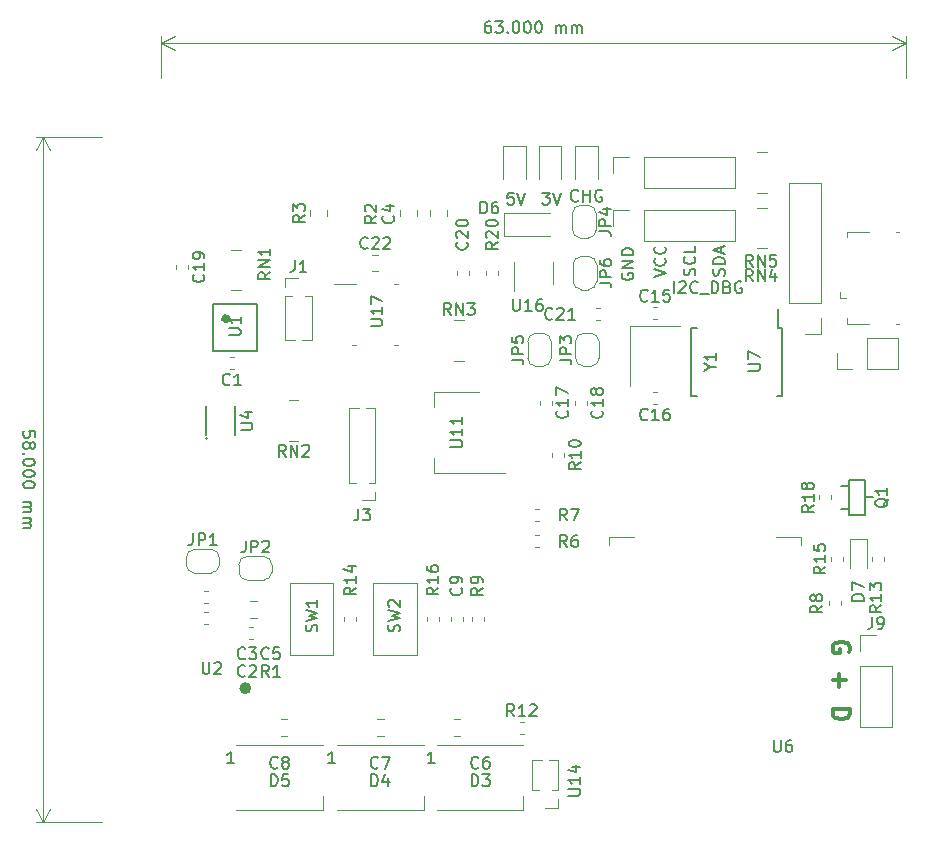
<source format=gbr>
G04 #@! TF.GenerationSoftware,KiCad,Pcbnew,5.1.2-f72e74a~84~ubuntu18.04.1*
G04 #@! TF.CreationDate,2019-07-03T17:04:03+08:00*
G04 #@! TF.ProjectId,cowin-tryout,636f7769-6e2d-4747-9279-6f75742e6b69,rev?*
G04 #@! TF.SameCoordinates,Original*
G04 #@! TF.FileFunction,Legend,Top*
G04 #@! TF.FilePolarity,Positive*
%FSLAX46Y46*%
G04 Gerber Fmt 4.6, Leading zero omitted, Abs format (unit mm)*
G04 Created by KiCad (PCBNEW 5.1.2-f72e74a~84~ubuntu18.04.1) date 2019-07-03 17:04:03*
%MOMM*%
%LPD*%
G04 APERTURE LIST*
%ADD10C,0.300000*%
%ADD11C,0.150000*%
%ADD12C,0.120000*%
%ADD13C,0.127000*%
%ADD14C,0.100000*%
%ADD15C,0.500000*%
%ADD16C,0.609600*%
G04 APERTURE END LIST*
D10*
X113250000Y-96571428D02*
X113321428Y-96428571D01*
X113321428Y-96214285D01*
X113250000Y-96000000D01*
X113107142Y-95857142D01*
X112964285Y-95785714D01*
X112678571Y-95714285D01*
X112464285Y-95714285D01*
X112178571Y-95785714D01*
X112035714Y-95857142D01*
X111892857Y-96000000D01*
X111821428Y-96214285D01*
X111821428Y-96357142D01*
X111892857Y-96571428D01*
X111964285Y-96642857D01*
X112464285Y-96642857D01*
X112464285Y-96357142D01*
X112392857Y-98428571D02*
X112392857Y-99571428D01*
X111821428Y-99000000D02*
X112964285Y-99000000D01*
X111821428Y-101428571D02*
X113321428Y-101428571D01*
X113321428Y-101785714D01*
X113250000Y-102000000D01*
X113107142Y-102142857D01*
X112964285Y-102214285D01*
X112678571Y-102285714D01*
X112464285Y-102285714D01*
X112178571Y-102214285D01*
X112035714Y-102142857D01*
X111892857Y-102000000D01*
X111821428Y-101785714D01*
X111821428Y-101428571D01*
D11*
X44277619Y-78380952D02*
X44277619Y-77904761D01*
X43801428Y-77857142D01*
X43849047Y-77904761D01*
X43896666Y-78000000D01*
X43896666Y-78238095D01*
X43849047Y-78333333D01*
X43801428Y-78380952D01*
X43706190Y-78428571D01*
X43468095Y-78428571D01*
X43372857Y-78380952D01*
X43325238Y-78333333D01*
X43277619Y-78238095D01*
X43277619Y-78000000D01*
X43325238Y-77904761D01*
X43372857Y-77857142D01*
X43849047Y-79000000D02*
X43896666Y-78904761D01*
X43944285Y-78857142D01*
X44039523Y-78809523D01*
X44087142Y-78809523D01*
X44182380Y-78857142D01*
X44230000Y-78904761D01*
X44277619Y-79000000D01*
X44277619Y-79190476D01*
X44230000Y-79285714D01*
X44182380Y-79333333D01*
X44087142Y-79380952D01*
X44039523Y-79380952D01*
X43944285Y-79333333D01*
X43896666Y-79285714D01*
X43849047Y-79190476D01*
X43849047Y-79000000D01*
X43801428Y-78904761D01*
X43753809Y-78857142D01*
X43658571Y-78809523D01*
X43468095Y-78809523D01*
X43372857Y-78857142D01*
X43325238Y-78904761D01*
X43277619Y-79000000D01*
X43277619Y-79190476D01*
X43325238Y-79285714D01*
X43372857Y-79333333D01*
X43468095Y-79380952D01*
X43658571Y-79380952D01*
X43753809Y-79333333D01*
X43801428Y-79285714D01*
X43849047Y-79190476D01*
X43372857Y-79809523D02*
X43325238Y-79857142D01*
X43277619Y-79809523D01*
X43325238Y-79761904D01*
X43372857Y-79809523D01*
X43277619Y-79809523D01*
X44277619Y-80476190D02*
X44277619Y-80571428D01*
X44230000Y-80666666D01*
X44182380Y-80714285D01*
X44087142Y-80761904D01*
X43896666Y-80809523D01*
X43658571Y-80809523D01*
X43468095Y-80761904D01*
X43372857Y-80714285D01*
X43325238Y-80666666D01*
X43277619Y-80571428D01*
X43277619Y-80476190D01*
X43325238Y-80380952D01*
X43372857Y-80333333D01*
X43468095Y-80285714D01*
X43658571Y-80238095D01*
X43896666Y-80238095D01*
X44087142Y-80285714D01*
X44182380Y-80333333D01*
X44230000Y-80380952D01*
X44277619Y-80476190D01*
X44277619Y-81428571D02*
X44277619Y-81523809D01*
X44230000Y-81619047D01*
X44182380Y-81666666D01*
X44087142Y-81714285D01*
X43896666Y-81761904D01*
X43658571Y-81761904D01*
X43468095Y-81714285D01*
X43372857Y-81666666D01*
X43325238Y-81619047D01*
X43277619Y-81523809D01*
X43277619Y-81428571D01*
X43325238Y-81333333D01*
X43372857Y-81285714D01*
X43468095Y-81238095D01*
X43658571Y-81190476D01*
X43896666Y-81190476D01*
X44087142Y-81238095D01*
X44182380Y-81285714D01*
X44230000Y-81333333D01*
X44277619Y-81428571D01*
X44277619Y-82380952D02*
X44277619Y-82476190D01*
X44230000Y-82571428D01*
X44182380Y-82619047D01*
X44087142Y-82666666D01*
X43896666Y-82714285D01*
X43658571Y-82714285D01*
X43468095Y-82666666D01*
X43372857Y-82619047D01*
X43325238Y-82571428D01*
X43277619Y-82476190D01*
X43277619Y-82380952D01*
X43325238Y-82285714D01*
X43372857Y-82238095D01*
X43468095Y-82190476D01*
X43658571Y-82142857D01*
X43896666Y-82142857D01*
X44087142Y-82190476D01*
X44182380Y-82238095D01*
X44230000Y-82285714D01*
X44277619Y-82380952D01*
X43277619Y-83904761D02*
X43944285Y-83904761D01*
X43849047Y-83904761D02*
X43896666Y-83952380D01*
X43944285Y-84047619D01*
X43944285Y-84190476D01*
X43896666Y-84285714D01*
X43801428Y-84333333D01*
X43277619Y-84333333D01*
X43801428Y-84333333D02*
X43896666Y-84380952D01*
X43944285Y-84476190D01*
X43944285Y-84619047D01*
X43896666Y-84714285D01*
X43801428Y-84761904D01*
X43277619Y-84761904D01*
X43277619Y-85238095D02*
X43944285Y-85238095D01*
X43849047Y-85238095D02*
X43896666Y-85285714D01*
X43944285Y-85380952D01*
X43944285Y-85523809D01*
X43896666Y-85619047D01*
X43801428Y-85666666D01*
X43277619Y-85666666D01*
X43801428Y-85666666D02*
X43896666Y-85714285D01*
X43944285Y-85809523D01*
X43944285Y-85952380D01*
X43896666Y-86047619D01*
X43801428Y-86095238D01*
X43277619Y-86095238D01*
D12*
X45000000Y-53000000D02*
X45000000Y-111000000D01*
X50000000Y-53000000D02*
X44413579Y-53000000D01*
X50000000Y-111000000D02*
X44413579Y-111000000D01*
X45000000Y-111000000D02*
X44413579Y-109873496D01*
X45000000Y-111000000D02*
X45586421Y-109873496D01*
X45000000Y-53000000D02*
X44413579Y-54126504D01*
X45000000Y-53000000D02*
X45586421Y-54126504D01*
D11*
X82833333Y-43182380D02*
X82642857Y-43182380D01*
X82547619Y-43230000D01*
X82500000Y-43277619D01*
X82404761Y-43420476D01*
X82357142Y-43610952D01*
X82357142Y-43991904D01*
X82404761Y-44087142D01*
X82452380Y-44134761D01*
X82547619Y-44182380D01*
X82738095Y-44182380D01*
X82833333Y-44134761D01*
X82880952Y-44087142D01*
X82928571Y-43991904D01*
X82928571Y-43753809D01*
X82880952Y-43658571D01*
X82833333Y-43610952D01*
X82738095Y-43563333D01*
X82547619Y-43563333D01*
X82452380Y-43610952D01*
X82404761Y-43658571D01*
X82357142Y-43753809D01*
X83261904Y-43182380D02*
X83880952Y-43182380D01*
X83547619Y-43563333D01*
X83690476Y-43563333D01*
X83785714Y-43610952D01*
X83833333Y-43658571D01*
X83880952Y-43753809D01*
X83880952Y-43991904D01*
X83833333Y-44087142D01*
X83785714Y-44134761D01*
X83690476Y-44182380D01*
X83404761Y-44182380D01*
X83309523Y-44134761D01*
X83261904Y-44087142D01*
X84309523Y-44087142D02*
X84357142Y-44134761D01*
X84309523Y-44182380D01*
X84261904Y-44134761D01*
X84309523Y-44087142D01*
X84309523Y-44182380D01*
X84976190Y-43182380D02*
X85071428Y-43182380D01*
X85166666Y-43230000D01*
X85214285Y-43277619D01*
X85261904Y-43372857D01*
X85309523Y-43563333D01*
X85309523Y-43801428D01*
X85261904Y-43991904D01*
X85214285Y-44087142D01*
X85166666Y-44134761D01*
X85071428Y-44182380D01*
X84976190Y-44182380D01*
X84880952Y-44134761D01*
X84833333Y-44087142D01*
X84785714Y-43991904D01*
X84738095Y-43801428D01*
X84738095Y-43563333D01*
X84785714Y-43372857D01*
X84833333Y-43277619D01*
X84880952Y-43230000D01*
X84976190Y-43182380D01*
X85928571Y-43182380D02*
X86023809Y-43182380D01*
X86119047Y-43230000D01*
X86166666Y-43277619D01*
X86214285Y-43372857D01*
X86261904Y-43563333D01*
X86261904Y-43801428D01*
X86214285Y-43991904D01*
X86166666Y-44087142D01*
X86119047Y-44134761D01*
X86023809Y-44182380D01*
X85928571Y-44182380D01*
X85833333Y-44134761D01*
X85785714Y-44087142D01*
X85738095Y-43991904D01*
X85690476Y-43801428D01*
X85690476Y-43563333D01*
X85738095Y-43372857D01*
X85785714Y-43277619D01*
X85833333Y-43230000D01*
X85928571Y-43182380D01*
X86880952Y-43182380D02*
X86976190Y-43182380D01*
X87071428Y-43230000D01*
X87119047Y-43277619D01*
X87166666Y-43372857D01*
X87214285Y-43563333D01*
X87214285Y-43801428D01*
X87166666Y-43991904D01*
X87119047Y-44087142D01*
X87071428Y-44134761D01*
X86976190Y-44182380D01*
X86880952Y-44182380D01*
X86785714Y-44134761D01*
X86738095Y-44087142D01*
X86690476Y-43991904D01*
X86642857Y-43801428D01*
X86642857Y-43563333D01*
X86690476Y-43372857D01*
X86738095Y-43277619D01*
X86785714Y-43230000D01*
X86880952Y-43182380D01*
X88404761Y-44182380D02*
X88404761Y-43515714D01*
X88404761Y-43610952D02*
X88452380Y-43563333D01*
X88547619Y-43515714D01*
X88690476Y-43515714D01*
X88785714Y-43563333D01*
X88833333Y-43658571D01*
X88833333Y-44182380D01*
X88833333Y-43658571D02*
X88880952Y-43563333D01*
X88976190Y-43515714D01*
X89119047Y-43515714D01*
X89214285Y-43563333D01*
X89261904Y-43658571D01*
X89261904Y-44182380D01*
X89738095Y-44182380D02*
X89738095Y-43515714D01*
X89738095Y-43610952D02*
X89785714Y-43563333D01*
X89880952Y-43515714D01*
X90023809Y-43515714D01*
X90119047Y-43563333D01*
X90166666Y-43658571D01*
X90166666Y-44182380D01*
X90166666Y-43658571D02*
X90214285Y-43563333D01*
X90309523Y-43515714D01*
X90452380Y-43515714D01*
X90547619Y-43563333D01*
X90595238Y-43658571D01*
X90595238Y-44182380D01*
D12*
X55000000Y-45000000D02*
X118000000Y-45000000D01*
X55000000Y-48000000D02*
X55000000Y-44413579D01*
X118000000Y-48000000D02*
X118000000Y-44413579D01*
X118000000Y-45000000D02*
X116873496Y-45586421D01*
X118000000Y-45000000D02*
X116873496Y-44413579D01*
X55000000Y-45000000D02*
X56126504Y-45586421D01*
X55000000Y-45000000D02*
X56126504Y-44413579D01*
X92880000Y-87500000D02*
X92880000Y-86880000D01*
X92880000Y-86880000D02*
X95000000Y-86880000D01*
X107000000Y-86880000D02*
X109120000Y-86880000D01*
X109120000Y-86880000D02*
X109120000Y-87500000D01*
X95870000Y-57330000D02*
X95870000Y-54670000D01*
X95870000Y-57330000D02*
X103550000Y-57330000D01*
X103550000Y-57330000D02*
X103550000Y-54670000D01*
X95870000Y-54670000D02*
X103550000Y-54670000D01*
X93270000Y-54670000D02*
X94600000Y-54670000D01*
X93270000Y-56000000D02*
X93270000Y-54670000D01*
X95870000Y-61830000D02*
X95870000Y-59170000D01*
X95870000Y-61830000D02*
X103550000Y-61830000D01*
X103550000Y-61830000D02*
X103550000Y-59170000D01*
X95870000Y-59170000D02*
X103550000Y-59170000D01*
X93270000Y-59170000D02*
X94600000Y-59170000D01*
X93270000Y-60500000D02*
X93270000Y-59170000D01*
X110830000Y-69680000D02*
X109500000Y-69680000D01*
X110830000Y-68350000D02*
X110830000Y-69680000D01*
X110830000Y-67080000D02*
X108170000Y-67080000D01*
X108170000Y-67080000D02*
X108170000Y-56860000D01*
X110830000Y-67080000D02*
X110830000Y-56860000D01*
X110830000Y-56860000D02*
X108170000Y-56860000D01*
X90040000Y-53715000D02*
X90040000Y-56575000D01*
X91960000Y-53715000D02*
X90040000Y-53715000D01*
X91960000Y-56575000D02*
X91960000Y-53715000D01*
X86940000Y-53715000D02*
X86940000Y-56575000D01*
X88860000Y-53715000D02*
X86940000Y-53715000D01*
X88860000Y-56575000D02*
X88860000Y-53715000D01*
X114170000Y-95170000D02*
X115500000Y-95170000D01*
X114170000Y-96500000D02*
X114170000Y-95170000D01*
X114170000Y-97770000D02*
X116830000Y-97770000D01*
X116830000Y-97770000D02*
X116830000Y-102910000D01*
X114170000Y-97770000D02*
X114170000Y-102910000D01*
X114170000Y-102910000D02*
X116830000Y-102910000D01*
X74686248Y-70560000D02*
X75050000Y-70560000D01*
X71513752Y-70560000D02*
X71150000Y-70560000D01*
X74686248Y-65440000D02*
X75050000Y-65440000D01*
X71513752Y-65440000D02*
X69650000Y-65440000D01*
X80600000Y-68480000D02*
X79800000Y-68480000D01*
X80600000Y-71920000D02*
X79800000Y-71920000D01*
X83940000Y-53715000D02*
X83940000Y-56575000D01*
X85860000Y-53715000D02*
X83940000Y-53715000D01*
X85860000Y-56575000D02*
X85860000Y-53715000D01*
X72838748Y-64360000D02*
X73361252Y-64360000D01*
X72838748Y-62940000D02*
X73361252Y-62940000D01*
X92171267Y-67490000D02*
X91828733Y-67490000D01*
X92171267Y-68510000D02*
X91828733Y-68510000D01*
X88110000Y-65400000D02*
X88110000Y-63600000D01*
X84890000Y-63600000D02*
X84890000Y-66050000D01*
X88610000Y-109760000D02*
X87500000Y-109760000D01*
X88610000Y-109000000D02*
X88610000Y-109760000D01*
X86936529Y-108240000D02*
X86390000Y-108240000D01*
X88610000Y-108240000D02*
X88063471Y-108240000D01*
X86390000Y-108240000D02*
X86390000Y-105765000D01*
X88610000Y-108240000D02*
X88610000Y-105765000D01*
X87192470Y-105765000D02*
X86390000Y-105765000D01*
X88610000Y-105765000D02*
X87807530Y-105765000D01*
X83510000Y-64671267D02*
X83510000Y-64328733D01*
X82490000Y-64671267D02*
X82490000Y-64328733D01*
X91850000Y-63800000D02*
X91850000Y-65200000D01*
X91150000Y-65900000D02*
X90550000Y-65900000D01*
X89850000Y-65200000D02*
X89850000Y-63800000D01*
X90550000Y-63100000D02*
X91150000Y-63100000D01*
X91150000Y-63100000D02*
G75*
G02X91850000Y-63800000I0J-700000D01*
G01*
X89850000Y-63800000D02*
G75*
G02X90550000Y-63100000I700000J0D01*
G01*
X90550000Y-65900000D02*
G75*
G02X89850000Y-65200000I0J700000D01*
G01*
X91850000Y-65200000D02*
G75*
G02X91150000Y-65900000I-700000J0D01*
G01*
X91800000Y-59450000D02*
X91800000Y-60850000D01*
X91100000Y-61550000D02*
X90500000Y-61550000D01*
X89800000Y-60850000D02*
X89800000Y-59450000D01*
X90500000Y-58750000D02*
X91100000Y-58750000D01*
X91100000Y-58750000D02*
G75*
G02X91800000Y-59450000I0J-700000D01*
G01*
X89800000Y-59450000D02*
G75*
G02X90500000Y-58750000I700000J0D01*
G01*
X90500000Y-61550000D02*
G75*
G02X89800000Y-60850000I0J700000D01*
G01*
X91800000Y-60850000D02*
G75*
G02X91100000Y-61550000I-700000J0D01*
G01*
X84000000Y-59400000D02*
X87900000Y-59400000D01*
X84000000Y-61400000D02*
X87900000Y-61400000D01*
X84000000Y-59400000D02*
X84000000Y-61400000D01*
X79990000Y-64328733D02*
X79990000Y-64671267D01*
X81010000Y-64328733D02*
X81010000Y-64671267D01*
X106250000Y-54280000D02*
X105450000Y-54280000D01*
X106250000Y-57720000D02*
X105450000Y-57720000D01*
X106250000Y-58980000D02*
X105450000Y-58980000D01*
X106250000Y-62420000D02*
X105450000Y-62420000D01*
X57260000Y-63828733D02*
X57260000Y-64171267D01*
X56240000Y-63828733D02*
X56240000Y-64171267D01*
X78090000Y-74590000D02*
X78090000Y-75850000D01*
X78090000Y-81410000D02*
X78090000Y-80150000D01*
X81850000Y-74590000D02*
X78090000Y-74590000D01*
X84100000Y-81410000D02*
X78090000Y-81410000D01*
X86000000Y-70300000D02*
G75*
G02X86700000Y-69600000I700000J0D01*
G01*
X87300000Y-69600000D02*
G75*
G02X88000000Y-70300000I0J-700000D01*
G01*
X88000000Y-71700000D02*
G75*
G02X87300000Y-72400000I-700000J0D01*
G01*
X86700000Y-72400000D02*
G75*
G02X86000000Y-71700000I0J700000D01*
G01*
X87300000Y-72400000D02*
X86700000Y-72400000D01*
X88000000Y-70300000D02*
X88000000Y-71700000D01*
X86700000Y-69600000D02*
X87300000Y-69600000D01*
X86000000Y-71700000D02*
X86000000Y-70300000D01*
X90050000Y-70300000D02*
G75*
G02X90750000Y-69600000I700000J0D01*
G01*
X91350000Y-69600000D02*
G75*
G02X92050000Y-70300000I0J-700000D01*
G01*
X92050000Y-71700000D02*
G75*
G02X91350000Y-72400000I-700000J0D01*
G01*
X90750000Y-72400000D02*
G75*
G02X90050000Y-71700000I0J700000D01*
G01*
X91350000Y-72400000D02*
X90750000Y-72400000D01*
X92050000Y-70300000D02*
X92050000Y-71700000D01*
X90750000Y-69600000D02*
X91350000Y-69600000D01*
X90050000Y-71700000D02*
X90050000Y-70300000D01*
X91010000Y-75328733D02*
X91010000Y-75671267D01*
X89990000Y-75328733D02*
X89990000Y-75671267D01*
X88060000Y-75328733D02*
X88060000Y-75671267D01*
X87040000Y-75328733D02*
X87040000Y-75671267D01*
X98925000Y-68950000D02*
X94675000Y-68950000D01*
X94675000Y-68950000D02*
X94675000Y-74050000D01*
X112487500Y-66600000D02*
X112937500Y-66600000D01*
X112487500Y-66600000D02*
X112487500Y-66150000D01*
X113037500Y-61000000D02*
X113037500Y-61450000D01*
X114887500Y-61000000D02*
X113037500Y-61000000D01*
X117437500Y-68800000D02*
X117187500Y-68800000D01*
X117437500Y-61000000D02*
X117187500Y-61000000D01*
X114887500Y-68800000D02*
X113037500Y-68800000D01*
X113037500Y-68800000D02*
X113037500Y-68350000D01*
D11*
X107175000Y-69125000D02*
X107175000Y-67525000D01*
X99875000Y-69125000D02*
X99875000Y-74875000D01*
X107525000Y-69125000D02*
X107525000Y-74875000D01*
X99875000Y-69125000D02*
X100325000Y-69125000D01*
X99875000Y-74875000D02*
X100325000Y-74875000D01*
X107525000Y-74875000D02*
X107075000Y-74875000D01*
X107525000Y-69125000D02*
X107175000Y-69125000D01*
D13*
X61250000Y-78250000D02*
X61250000Y-75750000D01*
X58750000Y-75750000D02*
X58750000Y-78250000D01*
D14*
X58900000Y-78500000D02*
G75*
G03X58900000Y-78500000I-100000J0D01*
G01*
D15*
X62358000Y-99651000D02*
G75*
G03X62358000Y-99651000I-254000J0D01*
G01*
D16*
X60575000Y-68350000D02*
G75*
G03X60575000Y-68350000I-125000J0D01*
G01*
D13*
X59325000Y-71100000D02*
X63075000Y-71100000D01*
X63075000Y-71100000D02*
X63075000Y-67100000D01*
X63075000Y-67100000D02*
X59325000Y-67100000D01*
X59325000Y-67100000D02*
X59325000Y-71100000D01*
D16*
X60575000Y-68350000D02*
G75*
G03X60575000Y-68350000I-125000J0D01*
G01*
D12*
X76650000Y-90760000D02*
X76650000Y-96880000D01*
X76650000Y-96880000D02*
X72950000Y-96880000D01*
X72950000Y-96880000D02*
X72950000Y-90760000D01*
X72950000Y-90760000D02*
X76650000Y-90760000D01*
X69560000Y-90760000D02*
X69560000Y-96880000D01*
X69560000Y-96880000D02*
X65860000Y-96880000D01*
X65860000Y-96880000D02*
X65860000Y-90760000D01*
X65860000Y-90760000D02*
X69560000Y-90760000D01*
X65800000Y-75280000D02*
X66600000Y-75280000D01*
X65800000Y-78720000D02*
X66600000Y-78720000D01*
X60900000Y-62530000D02*
X61700000Y-62530000D01*
X60900000Y-65970000D02*
X61700000Y-65970000D01*
X111710000Y-83671267D02*
X111710000Y-83328733D01*
X110690000Y-83671267D02*
X110690000Y-83328733D01*
X78510000Y-93628733D02*
X78510000Y-93971267D01*
X77490000Y-93628733D02*
X77490000Y-93971267D01*
X111690000Y-88896267D02*
X111690000Y-88553733D01*
X112710000Y-88896267D02*
X112710000Y-88553733D01*
X70490000Y-93971267D02*
X70490000Y-93628733D01*
X71510000Y-93971267D02*
X71510000Y-93628733D01*
X115190000Y-88871267D02*
X115190000Y-88528733D01*
X116210000Y-88871267D02*
X116210000Y-88528733D01*
X85328733Y-102490000D02*
X85671267Y-102490000D01*
X85328733Y-103510000D02*
X85671267Y-103510000D01*
X89110000Y-79728733D02*
X89110000Y-80071267D01*
X88090000Y-79728733D02*
X88090000Y-80071267D01*
X82310000Y-93628733D02*
X82310000Y-93971267D01*
X81290000Y-93628733D02*
X81290000Y-93971267D01*
X112510000Y-92228733D02*
X112510000Y-92571267D01*
X111490000Y-92228733D02*
X111490000Y-92571267D01*
X86971267Y-85510000D02*
X86628733Y-85510000D01*
X86971267Y-84490000D02*
X86628733Y-84490000D01*
X86971267Y-87710000D02*
X86628733Y-87710000D01*
X86971267Y-86690000D02*
X86628733Y-86690000D01*
X69036000Y-59697252D02*
X69036000Y-59174748D01*
X67616000Y-59697252D02*
X67616000Y-59174748D01*
X76656000Y-59697252D02*
X76656000Y-59174748D01*
X75236000Y-59697252D02*
X75236000Y-59174748D01*
X62428733Y-94490000D02*
X62771267Y-94490000D01*
X62428733Y-95510000D02*
X62771267Y-95510000D01*
D13*
X113201500Y-84452500D02*
X112541100Y-84452500D01*
X113201500Y-82547500D02*
X112541100Y-82547500D01*
X114598500Y-83500000D02*
X115258900Y-83500000D01*
X114598500Y-82001400D02*
X114598500Y-84998600D01*
X114598500Y-84998600D02*
X113201500Y-84998600D01*
X113201500Y-84998600D02*
X113201500Y-82001400D01*
X113201500Y-82001400D02*
X114598500Y-82001400D01*
D12*
X63650500Y-88500000D02*
G75*
G02X64350500Y-89200000I0J-700000D01*
G01*
X64350500Y-89800000D02*
G75*
G02X63650500Y-90500000I-700000J0D01*
G01*
X62250500Y-90500000D02*
G75*
G02X61550500Y-89800000I0J700000D01*
G01*
X61550500Y-89200000D02*
G75*
G02X62250500Y-88500000I700000J0D01*
G01*
X61550500Y-89800000D02*
X61550500Y-89200000D01*
X63650500Y-90500000D02*
X62250500Y-90500000D01*
X64350500Y-89200000D02*
X64350500Y-89800000D01*
X62250500Y-88500000D02*
X63650500Y-88500000D01*
X59200000Y-87900000D02*
G75*
G02X59900000Y-88600000I0J-700000D01*
G01*
X59900000Y-89200000D02*
G75*
G02X59200000Y-89900000I-700000J0D01*
G01*
X57800000Y-89900000D02*
G75*
G02X57100000Y-89200000I0J700000D01*
G01*
X57100000Y-88600000D02*
G75*
G02X57800000Y-87900000I700000J0D01*
G01*
X57100000Y-89200000D02*
X57100000Y-88600000D01*
X59200000Y-89900000D02*
X57800000Y-89900000D01*
X59900000Y-88600000D02*
X59900000Y-89200000D01*
X57800000Y-87900000D02*
X59200000Y-87900000D01*
X112170000Y-72630000D02*
X112170000Y-71300000D01*
X113500000Y-72630000D02*
X112170000Y-72630000D01*
X114770000Y-72630000D02*
X114770000Y-69970000D01*
X114770000Y-69970000D02*
X117370000Y-69970000D01*
X114770000Y-72630000D02*
X117370000Y-72630000D01*
X117370000Y-72630000D02*
X117370000Y-69970000D01*
X73110000Y-75955000D02*
X72307530Y-75955000D01*
X71692470Y-75955000D02*
X70890000Y-75955000D01*
X73110000Y-82240000D02*
X73110000Y-75955000D01*
X70890000Y-82240000D02*
X70890000Y-75955000D01*
X73110000Y-82240000D02*
X72563471Y-82240000D01*
X71436529Y-82240000D02*
X70890000Y-82240000D01*
X73110000Y-83000000D02*
X73110000Y-83760000D01*
X73110000Y-83760000D02*
X72000000Y-83760000D01*
X65490000Y-70165000D02*
X66292470Y-70165000D01*
X66907530Y-70165000D02*
X67710000Y-70165000D01*
X65490000Y-66420000D02*
X65490000Y-70165000D01*
X67710000Y-66420000D02*
X67710000Y-70165000D01*
X65490000Y-66420000D02*
X66036529Y-66420000D01*
X67163471Y-66420000D02*
X67710000Y-66420000D01*
X65490000Y-65660000D02*
X65490000Y-64900000D01*
X65490000Y-64900000D02*
X66600000Y-64900000D01*
X114735000Y-89500000D02*
X114735000Y-87040000D01*
X114735000Y-87040000D02*
X113265000Y-87040000D01*
X113265000Y-87040000D02*
X113265000Y-89500000D01*
X61350000Y-104425000D02*
X68650000Y-104425000D01*
X61350000Y-109925000D02*
X68650000Y-109925000D01*
X68650000Y-109925000D02*
X68650000Y-108775000D01*
X69900000Y-104425000D02*
X77200000Y-104425000D01*
X69900000Y-109925000D02*
X77200000Y-109925000D01*
X77200000Y-109925000D02*
X77200000Y-108775000D01*
X78350000Y-104425000D02*
X85650000Y-104425000D01*
X78350000Y-109925000D02*
X85650000Y-109925000D01*
X85650000Y-109925000D02*
X85650000Y-108775000D01*
X96971267Y-74590000D02*
X96628733Y-74590000D01*
X96971267Y-75610000D02*
X96628733Y-75610000D01*
X96628733Y-68410000D02*
X96971267Y-68410000D01*
X96628733Y-67390000D02*
X96971267Y-67390000D01*
X80510000Y-93628733D02*
X80510000Y-93971267D01*
X79490000Y-93628733D02*
X79490000Y-93971267D01*
X65611252Y-103710000D02*
X65088748Y-103710000D01*
X65611252Y-102290000D02*
X65088748Y-102290000D01*
X73811252Y-103710000D02*
X73288748Y-103710000D01*
X73811252Y-102290000D02*
X73288748Y-102290000D01*
X80261252Y-103710000D02*
X79738748Y-103710000D01*
X80261252Y-102290000D02*
X79738748Y-102290000D01*
X63061252Y-93710000D02*
X62538748Y-93710000D01*
X63061252Y-92290000D02*
X62538748Y-92290000D01*
X79196000Y-59697252D02*
X79196000Y-59174748D01*
X77776000Y-59697252D02*
X77776000Y-59174748D01*
X58971267Y-92410000D02*
X58628733Y-92410000D01*
X58971267Y-91390000D02*
X58628733Y-91390000D01*
X58971267Y-94210000D02*
X58628733Y-94210000D01*
X58971267Y-93190000D02*
X58628733Y-93190000D01*
X61131267Y-72646000D02*
X60788733Y-72646000D01*
X61131267Y-71626000D02*
X60788733Y-71626000D01*
D11*
X106842095Y-104040380D02*
X106842095Y-104849904D01*
X106889714Y-104945142D01*
X106937333Y-104992761D01*
X107032571Y-105040380D01*
X107223047Y-105040380D01*
X107318285Y-104992761D01*
X107365904Y-104945142D01*
X107413523Y-104849904D01*
X107413523Y-104040380D01*
X108318285Y-104040380D02*
X108127809Y-104040380D01*
X108032571Y-104088000D01*
X107984952Y-104135619D01*
X107889714Y-104278476D01*
X107842095Y-104468952D01*
X107842095Y-104849904D01*
X107889714Y-104945142D01*
X107937333Y-104992761D01*
X108032571Y-105040380D01*
X108223047Y-105040380D01*
X108318285Y-104992761D01*
X108365904Y-104945142D01*
X108413523Y-104849904D01*
X108413523Y-104611809D01*
X108365904Y-104516571D01*
X108318285Y-104468952D01*
X108223047Y-104421333D01*
X108032571Y-104421333D01*
X107937333Y-104468952D01*
X107889714Y-104516571D01*
X107842095Y-104611809D01*
X98392857Y-66202380D02*
X98392857Y-65202380D01*
X98821428Y-65297619D02*
X98869047Y-65250000D01*
X98964285Y-65202380D01*
X99202380Y-65202380D01*
X99297619Y-65250000D01*
X99345238Y-65297619D01*
X99392857Y-65392857D01*
X99392857Y-65488095D01*
X99345238Y-65630952D01*
X98773809Y-66202380D01*
X99392857Y-66202380D01*
X100392857Y-66107142D02*
X100345238Y-66154761D01*
X100202380Y-66202380D01*
X100107142Y-66202380D01*
X99964285Y-66154761D01*
X99869047Y-66059523D01*
X99821428Y-65964285D01*
X99773809Y-65773809D01*
X99773809Y-65630952D01*
X99821428Y-65440476D01*
X99869047Y-65345238D01*
X99964285Y-65250000D01*
X100107142Y-65202380D01*
X100202380Y-65202380D01*
X100345238Y-65250000D01*
X100392857Y-65297619D01*
X100583333Y-66297619D02*
X101345238Y-66297619D01*
X101583333Y-66202380D02*
X101583333Y-65202380D01*
X101821428Y-65202380D01*
X101964285Y-65250000D01*
X102059523Y-65345238D01*
X102107142Y-65440476D01*
X102154761Y-65630952D01*
X102154761Y-65773809D01*
X102107142Y-65964285D01*
X102059523Y-66059523D01*
X101964285Y-66154761D01*
X101821428Y-66202380D01*
X101583333Y-66202380D01*
X102916666Y-65678571D02*
X103059523Y-65726190D01*
X103107142Y-65773809D01*
X103154761Y-65869047D01*
X103154761Y-66011904D01*
X103107142Y-66107142D01*
X103059523Y-66154761D01*
X102964285Y-66202380D01*
X102583333Y-66202380D01*
X102583333Y-65202380D01*
X102916666Y-65202380D01*
X103011904Y-65250000D01*
X103059523Y-65297619D01*
X103107142Y-65392857D01*
X103107142Y-65488095D01*
X103059523Y-65583333D01*
X103011904Y-65630952D01*
X102916666Y-65678571D01*
X102583333Y-65678571D01*
X104107142Y-65250000D02*
X104011904Y-65202380D01*
X103869047Y-65202380D01*
X103726190Y-65250000D01*
X103630952Y-65345238D01*
X103583333Y-65440476D01*
X103535714Y-65630952D01*
X103535714Y-65773809D01*
X103583333Y-65964285D01*
X103630952Y-66059523D01*
X103726190Y-66154761D01*
X103869047Y-66202380D01*
X103964285Y-66202380D01*
X104107142Y-66154761D01*
X104154761Y-66107142D01*
X104154761Y-65773809D01*
X103964285Y-65773809D01*
X102654761Y-64714285D02*
X102702380Y-64571428D01*
X102702380Y-64333333D01*
X102654761Y-64238095D01*
X102607142Y-64190476D01*
X102511904Y-64142857D01*
X102416666Y-64142857D01*
X102321428Y-64190476D01*
X102273809Y-64238095D01*
X102226190Y-64333333D01*
X102178571Y-64523809D01*
X102130952Y-64619047D01*
X102083333Y-64666666D01*
X101988095Y-64714285D01*
X101892857Y-64714285D01*
X101797619Y-64666666D01*
X101750000Y-64619047D01*
X101702380Y-64523809D01*
X101702380Y-64285714D01*
X101750000Y-64142857D01*
X102702380Y-63714285D02*
X101702380Y-63714285D01*
X101702380Y-63476190D01*
X101750000Y-63333333D01*
X101845238Y-63238095D01*
X101940476Y-63190476D01*
X102130952Y-63142857D01*
X102273809Y-63142857D01*
X102464285Y-63190476D01*
X102559523Y-63238095D01*
X102654761Y-63333333D01*
X102702380Y-63476190D01*
X102702380Y-63714285D01*
X102416666Y-62761904D02*
X102416666Y-62285714D01*
X102702380Y-62857142D02*
X101702380Y-62523809D01*
X102702380Y-62190476D01*
X100154761Y-64690476D02*
X100202380Y-64547619D01*
X100202380Y-64309523D01*
X100154761Y-64214285D01*
X100107142Y-64166666D01*
X100011904Y-64119047D01*
X99916666Y-64119047D01*
X99821428Y-64166666D01*
X99773809Y-64214285D01*
X99726190Y-64309523D01*
X99678571Y-64500000D01*
X99630952Y-64595238D01*
X99583333Y-64642857D01*
X99488095Y-64690476D01*
X99392857Y-64690476D01*
X99297619Y-64642857D01*
X99250000Y-64595238D01*
X99202380Y-64500000D01*
X99202380Y-64261904D01*
X99250000Y-64119047D01*
X100107142Y-63119047D02*
X100154761Y-63166666D01*
X100202380Y-63309523D01*
X100202380Y-63404761D01*
X100154761Y-63547619D01*
X100059523Y-63642857D01*
X99964285Y-63690476D01*
X99773809Y-63738095D01*
X99630952Y-63738095D01*
X99440476Y-63690476D01*
X99345238Y-63642857D01*
X99250000Y-63547619D01*
X99202380Y-63404761D01*
X99202380Y-63309523D01*
X99250000Y-63166666D01*
X99297619Y-63119047D01*
X100202380Y-62214285D02*
X100202380Y-62690476D01*
X99202380Y-62690476D01*
X94000000Y-64511904D02*
X93952380Y-64607142D01*
X93952380Y-64750000D01*
X94000000Y-64892857D01*
X94095238Y-64988095D01*
X94190476Y-65035714D01*
X94380952Y-65083333D01*
X94523809Y-65083333D01*
X94714285Y-65035714D01*
X94809523Y-64988095D01*
X94904761Y-64892857D01*
X94952380Y-64750000D01*
X94952380Y-64654761D01*
X94904761Y-64511904D01*
X94857142Y-64464285D01*
X94523809Y-64464285D01*
X94523809Y-64654761D01*
X94952380Y-64035714D02*
X93952380Y-64035714D01*
X94952380Y-63464285D01*
X93952380Y-63464285D01*
X94952380Y-62988095D02*
X93952380Y-62988095D01*
X93952380Y-62750000D01*
X94000000Y-62607142D01*
X94095238Y-62511904D01*
X94190476Y-62464285D01*
X94380952Y-62416666D01*
X94523809Y-62416666D01*
X94714285Y-62464285D01*
X94809523Y-62511904D01*
X94904761Y-62607142D01*
X94952380Y-62750000D01*
X94952380Y-62988095D01*
X96702380Y-64833333D02*
X97702380Y-64500000D01*
X96702380Y-64166666D01*
X97607142Y-63261904D02*
X97654761Y-63309523D01*
X97702380Y-63452380D01*
X97702380Y-63547619D01*
X97654761Y-63690476D01*
X97559523Y-63785714D01*
X97464285Y-63833333D01*
X97273809Y-63880952D01*
X97130952Y-63880952D01*
X96940476Y-63833333D01*
X96845238Y-63785714D01*
X96750000Y-63690476D01*
X96702380Y-63547619D01*
X96702380Y-63452380D01*
X96750000Y-63309523D01*
X96797619Y-63261904D01*
X97607142Y-62261904D02*
X97654761Y-62309523D01*
X97702380Y-62452380D01*
X97702380Y-62547619D01*
X97654761Y-62690476D01*
X97559523Y-62785714D01*
X97464285Y-62833333D01*
X97273809Y-62880952D01*
X97130952Y-62880952D01*
X96940476Y-62833333D01*
X96845238Y-62785714D01*
X96750000Y-62690476D01*
X96702380Y-62547619D01*
X96702380Y-62452380D01*
X96750000Y-62309523D01*
X96797619Y-62261904D01*
X90285714Y-58357142D02*
X90238095Y-58404761D01*
X90095238Y-58452380D01*
X90000000Y-58452380D01*
X89857142Y-58404761D01*
X89761904Y-58309523D01*
X89714285Y-58214285D01*
X89666666Y-58023809D01*
X89666666Y-57880952D01*
X89714285Y-57690476D01*
X89761904Y-57595238D01*
X89857142Y-57500000D01*
X90000000Y-57452380D01*
X90095238Y-57452380D01*
X90238095Y-57500000D01*
X90285714Y-57547619D01*
X90714285Y-58452380D02*
X90714285Y-57452380D01*
X90714285Y-57928571D02*
X91285714Y-57928571D01*
X91285714Y-58452380D02*
X91285714Y-57452380D01*
X92285714Y-57500000D02*
X92190476Y-57452380D01*
X92047619Y-57452380D01*
X91904761Y-57500000D01*
X91809523Y-57595238D01*
X91761904Y-57690476D01*
X91714285Y-57880952D01*
X91714285Y-58023809D01*
X91761904Y-58214285D01*
X91809523Y-58309523D01*
X91904761Y-58404761D01*
X92047619Y-58452380D01*
X92142857Y-58452380D01*
X92285714Y-58404761D01*
X92333333Y-58357142D01*
X92333333Y-58023809D01*
X92142857Y-58023809D01*
X87238095Y-57702380D02*
X87857142Y-57702380D01*
X87523809Y-58083333D01*
X87666666Y-58083333D01*
X87761904Y-58130952D01*
X87809523Y-58178571D01*
X87857142Y-58273809D01*
X87857142Y-58511904D01*
X87809523Y-58607142D01*
X87761904Y-58654761D01*
X87666666Y-58702380D01*
X87380952Y-58702380D01*
X87285714Y-58654761D01*
X87238095Y-58607142D01*
X88142857Y-57702380D02*
X88476190Y-58702380D01*
X88809523Y-57702380D01*
X115166666Y-93622380D02*
X115166666Y-94336666D01*
X115119047Y-94479523D01*
X115023809Y-94574761D01*
X114880952Y-94622380D01*
X114785714Y-94622380D01*
X115690476Y-94622380D02*
X115880952Y-94622380D01*
X115976190Y-94574761D01*
X116023809Y-94527142D01*
X116119047Y-94384285D01*
X116166666Y-94193809D01*
X116166666Y-93812857D01*
X116119047Y-93717619D01*
X116071428Y-93670000D01*
X115976190Y-93622380D01*
X115785714Y-93622380D01*
X115690476Y-93670000D01*
X115642857Y-93717619D01*
X115595238Y-93812857D01*
X115595238Y-94050952D01*
X115642857Y-94146190D01*
X115690476Y-94193809D01*
X115785714Y-94241428D01*
X115976190Y-94241428D01*
X116071428Y-94193809D01*
X116119047Y-94146190D01*
X116166666Y-94050952D01*
X72702380Y-68988095D02*
X73511904Y-68988095D01*
X73607142Y-68940476D01*
X73654761Y-68892857D01*
X73702380Y-68797619D01*
X73702380Y-68607142D01*
X73654761Y-68511904D01*
X73607142Y-68464285D01*
X73511904Y-68416666D01*
X72702380Y-68416666D01*
X73702380Y-67416666D02*
X73702380Y-67988095D01*
X73702380Y-67702380D02*
X72702380Y-67702380D01*
X72845238Y-67797619D01*
X72940476Y-67892857D01*
X72988095Y-67988095D01*
X72702380Y-67083333D02*
X72702380Y-66416666D01*
X73702380Y-66845238D01*
X79509523Y-68052380D02*
X79176190Y-67576190D01*
X78938095Y-68052380D02*
X78938095Y-67052380D01*
X79319047Y-67052380D01*
X79414285Y-67100000D01*
X79461904Y-67147619D01*
X79509523Y-67242857D01*
X79509523Y-67385714D01*
X79461904Y-67480952D01*
X79414285Y-67528571D01*
X79319047Y-67576190D01*
X78938095Y-67576190D01*
X79938095Y-68052380D02*
X79938095Y-67052380D01*
X80509523Y-68052380D01*
X80509523Y-67052380D01*
X80890476Y-67052380D02*
X81509523Y-67052380D01*
X81176190Y-67433333D01*
X81319047Y-67433333D01*
X81414285Y-67480952D01*
X81461904Y-67528571D01*
X81509523Y-67623809D01*
X81509523Y-67861904D01*
X81461904Y-67957142D01*
X81414285Y-68004761D01*
X81319047Y-68052380D01*
X81033333Y-68052380D01*
X80938095Y-68004761D01*
X80890476Y-67957142D01*
X84809523Y-57702380D02*
X84333333Y-57702380D01*
X84285714Y-58178571D01*
X84333333Y-58130952D01*
X84428571Y-58083333D01*
X84666666Y-58083333D01*
X84761904Y-58130952D01*
X84809523Y-58178571D01*
X84857142Y-58273809D01*
X84857142Y-58511904D01*
X84809523Y-58607142D01*
X84761904Y-58654761D01*
X84666666Y-58702380D01*
X84428571Y-58702380D01*
X84333333Y-58654761D01*
X84285714Y-58607142D01*
X85142857Y-57702380D02*
X85476190Y-58702380D01*
X85809523Y-57702380D01*
X72457142Y-62357142D02*
X72409523Y-62404761D01*
X72266666Y-62452380D01*
X72171428Y-62452380D01*
X72028571Y-62404761D01*
X71933333Y-62309523D01*
X71885714Y-62214285D01*
X71838095Y-62023809D01*
X71838095Y-61880952D01*
X71885714Y-61690476D01*
X71933333Y-61595238D01*
X72028571Y-61500000D01*
X72171428Y-61452380D01*
X72266666Y-61452380D01*
X72409523Y-61500000D01*
X72457142Y-61547619D01*
X72838095Y-61547619D02*
X72885714Y-61500000D01*
X72980952Y-61452380D01*
X73219047Y-61452380D01*
X73314285Y-61500000D01*
X73361904Y-61547619D01*
X73409523Y-61642857D01*
X73409523Y-61738095D01*
X73361904Y-61880952D01*
X72790476Y-62452380D01*
X73409523Y-62452380D01*
X73790476Y-61547619D02*
X73838095Y-61500000D01*
X73933333Y-61452380D01*
X74171428Y-61452380D01*
X74266666Y-61500000D01*
X74314285Y-61547619D01*
X74361904Y-61642857D01*
X74361904Y-61738095D01*
X74314285Y-61880952D01*
X73742857Y-62452380D01*
X74361904Y-62452380D01*
X88107142Y-68357142D02*
X88059523Y-68404761D01*
X87916666Y-68452380D01*
X87821428Y-68452380D01*
X87678571Y-68404761D01*
X87583333Y-68309523D01*
X87535714Y-68214285D01*
X87488095Y-68023809D01*
X87488095Y-67880952D01*
X87535714Y-67690476D01*
X87583333Y-67595238D01*
X87678571Y-67500000D01*
X87821428Y-67452380D01*
X87916666Y-67452380D01*
X88059523Y-67500000D01*
X88107142Y-67547619D01*
X88488095Y-67547619D02*
X88535714Y-67500000D01*
X88630952Y-67452380D01*
X88869047Y-67452380D01*
X88964285Y-67500000D01*
X89011904Y-67547619D01*
X89059523Y-67642857D01*
X89059523Y-67738095D01*
X89011904Y-67880952D01*
X88440476Y-68452380D01*
X89059523Y-68452380D01*
X90011904Y-68452380D02*
X89440476Y-68452380D01*
X89726190Y-68452380D02*
X89726190Y-67452380D01*
X89630952Y-67595238D01*
X89535714Y-67690476D01*
X89440476Y-67738095D01*
X84761904Y-66702380D02*
X84761904Y-67511904D01*
X84809523Y-67607142D01*
X84857142Y-67654761D01*
X84952380Y-67702380D01*
X85142857Y-67702380D01*
X85238095Y-67654761D01*
X85285714Y-67607142D01*
X85333333Y-67511904D01*
X85333333Y-66702380D01*
X86333333Y-67702380D02*
X85761904Y-67702380D01*
X86047619Y-67702380D02*
X86047619Y-66702380D01*
X85952380Y-66845238D01*
X85857142Y-66940476D01*
X85761904Y-66988095D01*
X87190476Y-66702380D02*
X87000000Y-66702380D01*
X86904761Y-66750000D01*
X86857142Y-66797619D01*
X86761904Y-66940476D01*
X86714285Y-67130952D01*
X86714285Y-67511904D01*
X86761904Y-67607142D01*
X86809523Y-67654761D01*
X86904761Y-67702380D01*
X87095238Y-67702380D01*
X87190476Y-67654761D01*
X87238095Y-67607142D01*
X87285714Y-67511904D01*
X87285714Y-67273809D01*
X87238095Y-67178571D01*
X87190476Y-67130952D01*
X87095238Y-67083333D01*
X86904761Y-67083333D01*
X86809523Y-67130952D01*
X86761904Y-67178571D01*
X86714285Y-67273809D01*
X89452380Y-108738095D02*
X90261904Y-108738095D01*
X90357142Y-108690476D01*
X90404761Y-108642857D01*
X90452380Y-108547619D01*
X90452380Y-108357142D01*
X90404761Y-108261904D01*
X90357142Y-108214285D01*
X90261904Y-108166666D01*
X89452380Y-108166666D01*
X90452380Y-107166666D02*
X90452380Y-107738095D01*
X90452380Y-107452380D02*
X89452380Y-107452380D01*
X89595238Y-107547619D01*
X89690476Y-107642857D01*
X89738095Y-107738095D01*
X89785714Y-106309523D02*
X90452380Y-106309523D01*
X89404761Y-106547619D02*
X90119047Y-106785714D01*
X90119047Y-106166666D01*
X83452380Y-61892857D02*
X82976190Y-62226190D01*
X83452380Y-62464285D02*
X82452380Y-62464285D01*
X82452380Y-62083333D01*
X82500000Y-61988095D01*
X82547619Y-61940476D01*
X82642857Y-61892857D01*
X82785714Y-61892857D01*
X82880952Y-61940476D01*
X82928571Y-61988095D01*
X82976190Y-62083333D01*
X82976190Y-62464285D01*
X82547619Y-61511904D02*
X82500000Y-61464285D01*
X82452380Y-61369047D01*
X82452380Y-61130952D01*
X82500000Y-61035714D01*
X82547619Y-60988095D01*
X82642857Y-60940476D01*
X82738095Y-60940476D01*
X82880952Y-60988095D01*
X83452380Y-61559523D01*
X83452380Y-60940476D01*
X82452380Y-60321428D02*
X82452380Y-60226190D01*
X82500000Y-60130952D01*
X82547619Y-60083333D01*
X82642857Y-60035714D01*
X82833333Y-59988095D01*
X83071428Y-59988095D01*
X83261904Y-60035714D01*
X83357142Y-60083333D01*
X83404761Y-60130952D01*
X83452380Y-60226190D01*
X83452380Y-60321428D01*
X83404761Y-60416666D01*
X83357142Y-60464285D01*
X83261904Y-60511904D01*
X83071428Y-60559523D01*
X82833333Y-60559523D01*
X82642857Y-60511904D01*
X82547619Y-60464285D01*
X82500000Y-60416666D01*
X82452380Y-60321428D01*
X92102380Y-65333333D02*
X92816666Y-65333333D01*
X92959523Y-65380952D01*
X93054761Y-65476190D01*
X93102380Y-65619047D01*
X93102380Y-65714285D01*
X93102380Y-64857142D02*
X92102380Y-64857142D01*
X92102380Y-64476190D01*
X92150000Y-64380952D01*
X92197619Y-64333333D01*
X92292857Y-64285714D01*
X92435714Y-64285714D01*
X92530952Y-64333333D01*
X92578571Y-64380952D01*
X92626190Y-64476190D01*
X92626190Y-64857142D01*
X92102380Y-63428571D02*
X92102380Y-63619047D01*
X92150000Y-63714285D01*
X92197619Y-63761904D01*
X92340476Y-63857142D01*
X92530952Y-63904761D01*
X92911904Y-63904761D01*
X93007142Y-63857142D01*
X93054761Y-63809523D01*
X93102380Y-63714285D01*
X93102380Y-63523809D01*
X93054761Y-63428571D01*
X93007142Y-63380952D01*
X92911904Y-63333333D01*
X92673809Y-63333333D01*
X92578571Y-63380952D01*
X92530952Y-63428571D01*
X92483333Y-63523809D01*
X92483333Y-63714285D01*
X92530952Y-63809523D01*
X92578571Y-63857142D01*
X92673809Y-63904761D01*
X92052380Y-60983333D02*
X92766666Y-60983333D01*
X92909523Y-61030952D01*
X93004761Y-61126190D01*
X93052380Y-61269047D01*
X93052380Y-61364285D01*
X93052380Y-60507142D02*
X92052380Y-60507142D01*
X92052380Y-60126190D01*
X92100000Y-60030952D01*
X92147619Y-59983333D01*
X92242857Y-59935714D01*
X92385714Y-59935714D01*
X92480952Y-59983333D01*
X92528571Y-60030952D01*
X92576190Y-60126190D01*
X92576190Y-60507142D01*
X92385714Y-59078571D02*
X93052380Y-59078571D01*
X92004761Y-59316666D02*
X92719047Y-59554761D01*
X92719047Y-58935714D01*
X82011904Y-59452380D02*
X82011904Y-58452380D01*
X82250000Y-58452380D01*
X82392857Y-58500000D01*
X82488095Y-58595238D01*
X82535714Y-58690476D01*
X82583333Y-58880952D01*
X82583333Y-59023809D01*
X82535714Y-59214285D01*
X82488095Y-59309523D01*
X82392857Y-59404761D01*
X82250000Y-59452380D01*
X82011904Y-59452380D01*
X83440476Y-58452380D02*
X83250000Y-58452380D01*
X83154761Y-58500000D01*
X83107142Y-58547619D01*
X83011904Y-58690476D01*
X82964285Y-58880952D01*
X82964285Y-59261904D01*
X83011904Y-59357142D01*
X83059523Y-59404761D01*
X83154761Y-59452380D01*
X83345238Y-59452380D01*
X83440476Y-59404761D01*
X83488095Y-59357142D01*
X83535714Y-59261904D01*
X83535714Y-59023809D01*
X83488095Y-58928571D01*
X83440476Y-58880952D01*
X83345238Y-58833333D01*
X83154761Y-58833333D01*
X83059523Y-58880952D01*
X83011904Y-58928571D01*
X82964285Y-59023809D01*
X80857142Y-61892857D02*
X80904761Y-61940476D01*
X80952380Y-62083333D01*
X80952380Y-62178571D01*
X80904761Y-62321428D01*
X80809523Y-62416666D01*
X80714285Y-62464285D01*
X80523809Y-62511904D01*
X80380952Y-62511904D01*
X80190476Y-62464285D01*
X80095238Y-62416666D01*
X80000000Y-62321428D01*
X79952380Y-62178571D01*
X79952380Y-62083333D01*
X80000000Y-61940476D01*
X80047619Y-61892857D01*
X80047619Y-61511904D02*
X80000000Y-61464285D01*
X79952380Y-61369047D01*
X79952380Y-61130952D01*
X80000000Y-61035714D01*
X80047619Y-60988095D01*
X80142857Y-60940476D01*
X80238095Y-60940476D01*
X80380952Y-60988095D01*
X80952380Y-61559523D01*
X80952380Y-60940476D01*
X79952380Y-60321428D02*
X79952380Y-60226190D01*
X80000000Y-60130952D01*
X80047619Y-60083333D01*
X80142857Y-60035714D01*
X80333333Y-59988095D01*
X80571428Y-59988095D01*
X80761904Y-60035714D01*
X80857142Y-60083333D01*
X80904761Y-60130952D01*
X80952380Y-60226190D01*
X80952380Y-60321428D01*
X80904761Y-60416666D01*
X80857142Y-60464285D01*
X80761904Y-60511904D01*
X80571428Y-60559523D01*
X80333333Y-60559523D01*
X80142857Y-60511904D01*
X80047619Y-60464285D01*
X80000000Y-60416666D01*
X79952380Y-60321428D01*
X105059523Y-63952380D02*
X104726190Y-63476190D01*
X104488095Y-63952380D02*
X104488095Y-62952380D01*
X104869047Y-62952380D01*
X104964285Y-63000000D01*
X105011904Y-63047619D01*
X105059523Y-63142857D01*
X105059523Y-63285714D01*
X105011904Y-63380952D01*
X104964285Y-63428571D01*
X104869047Y-63476190D01*
X104488095Y-63476190D01*
X105488095Y-63952380D02*
X105488095Y-62952380D01*
X106059523Y-63952380D01*
X106059523Y-62952380D01*
X107011904Y-62952380D02*
X106535714Y-62952380D01*
X106488095Y-63428571D01*
X106535714Y-63380952D01*
X106630952Y-63333333D01*
X106869047Y-63333333D01*
X106964285Y-63380952D01*
X107011904Y-63428571D01*
X107059523Y-63523809D01*
X107059523Y-63761904D01*
X107011904Y-63857142D01*
X106964285Y-63904761D01*
X106869047Y-63952380D01*
X106630952Y-63952380D01*
X106535714Y-63904761D01*
X106488095Y-63857142D01*
X105059523Y-65202380D02*
X104726190Y-64726190D01*
X104488095Y-65202380D02*
X104488095Y-64202380D01*
X104869047Y-64202380D01*
X104964285Y-64250000D01*
X105011904Y-64297619D01*
X105059523Y-64392857D01*
X105059523Y-64535714D01*
X105011904Y-64630952D01*
X104964285Y-64678571D01*
X104869047Y-64726190D01*
X104488095Y-64726190D01*
X105488095Y-65202380D02*
X105488095Y-64202380D01*
X106059523Y-65202380D01*
X106059523Y-64202380D01*
X106964285Y-64535714D02*
X106964285Y-65202380D01*
X106726190Y-64154761D02*
X106488095Y-64869047D01*
X107107142Y-64869047D01*
X58537142Y-64642857D02*
X58584761Y-64690476D01*
X58632380Y-64833333D01*
X58632380Y-64928571D01*
X58584761Y-65071428D01*
X58489523Y-65166666D01*
X58394285Y-65214285D01*
X58203809Y-65261904D01*
X58060952Y-65261904D01*
X57870476Y-65214285D01*
X57775238Y-65166666D01*
X57680000Y-65071428D01*
X57632380Y-64928571D01*
X57632380Y-64833333D01*
X57680000Y-64690476D01*
X57727619Y-64642857D01*
X58632380Y-63690476D02*
X58632380Y-64261904D01*
X58632380Y-63976190D02*
X57632380Y-63976190D01*
X57775238Y-64071428D01*
X57870476Y-64166666D01*
X57918095Y-64261904D01*
X58632380Y-63214285D02*
X58632380Y-63023809D01*
X58584761Y-62928571D01*
X58537142Y-62880952D01*
X58394285Y-62785714D01*
X58203809Y-62738095D01*
X57822857Y-62738095D01*
X57727619Y-62785714D01*
X57680000Y-62833333D01*
X57632380Y-62928571D01*
X57632380Y-63119047D01*
X57680000Y-63214285D01*
X57727619Y-63261904D01*
X57822857Y-63309523D01*
X58060952Y-63309523D01*
X58156190Y-63261904D01*
X58203809Y-63214285D01*
X58251428Y-63119047D01*
X58251428Y-62928571D01*
X58203809Y-62833333D01*
X58156190Y-62785714D01*
X58060952Y-62738095D01*
X79452380Y-79238095D02*
X80261904Y-79238095D01*
X80357142Y-79190476D01*
X80404761Y-79142857D01*
X80452380Y-79047619D01*
X80452380Y-78857142D01*
X80404761Y-78761904D01*
X80357142Y-78714285D01*
X80261904Y-78666666D01*
X79452380Y-78666666D01*
X80452380Y-77666666D02*
X80452380Y-78238095D01*
X80452380Y-77952380D02*
X79452380Y-77952380D01*
X79595238Y-78047619D01*
X79690476Y-78142857D01*
X79738095Y-78238095D01*
X80452380Y-76714285D02*
X80452380Y-77285714D01*
X80452380Y-77000000D02*
X79452380Y-77000000D01*
X79595238Y-77095238D01*
X79690476Y-77190476D01*
X79738095Y-77285714D01*
X84652380Y-71833333D02*
X85366666Y-71833333D01*
X85509523Y-71880952D01*
X85604761Y-71976190D01*
X85652380Y-72119047D01*
X85652380Y-72214285D01*
X85652380Y-71357142D02*
X84652380Y-71357142D01*
X84652380Y-70976190D01*
X84700000Y-70880952D01*
X84747619Y-70833333D01*
X84842857Y-70785714D01*
X84985714Y-70785714D01*
X85080952Y-70833333D01*
X85128571Y-70880952D01*
X85176190Y-70976190D01*
X85176190Y-71357142D01*
X84652380Y-69880952D02*
X84652380Y-70357142D01*
X85128571Y-70404761D01*
X85080952Y-70357142D01*
X85033333Y-70261904D01*
X85033333Y-70023809D01*
X85080952Y-69928571D01*
X85128571Y-69880952D01*
X85223809Y-69833333D01*
X85461904Y-69833333D01*
X85557142Y-69880952D01*
X85604761Y-69928571D01*
X85652380Y-70023809D01*
X85652380Y-70261904D01*
X85604761Y-70357142D01*
X85557142Y-70404761D01*
X88702380Y-71833333D02*
X89416666Y-71833333D01*
X89559523Y-71880952D01*
X89654761Y-71976190D01*
X89702380Y-72119047D01*
X89702380Y-72214285D01*
X89702380Y-71357142D02*
X88702380Y-71357142D01*
X88702380Y-70976190D01*
X88750000Y-70880952D01*
X88797619Y-70833333D01*
X88892857Y-70785714D01*
X89035714Y-70785714D01*
X89130952Y-70833333D01*
X89178571Y-70880952D01*
X89226190Y-70976190D01*
X89226190Y-71357142D01*
X88702380Y-70452380D02*
X88702380Y-69833333D01*
X89083333Y-70166666D01*
X89083333Y-70023809D01*
X89130952Y-69928571D01*
X89178571Y-69880952D01*
X89273809Y-69833333D01*
X89511904Y-69833333D01*
X89607142Y-69880952D01*
X89654761Y-69928571D01*
X89702380Y-70023809D01*
X89702380Y-70309523D01*
X89654761Y-70404761D01*
X89607142Y-70452380D01*
X92287142Y-76142857D02*
X92334761Y-76190476D01*
X92382380Y-76333333D01*
X92382380Y-76428571D01*
X92334761Y-76571428D01*
X92239523Y-76666666D01*
X92144285Y-76714285D01*
X91953809Y-76761904D01*
X91810952Y-76761904D01*
X91620476Y-76714285D01*
X91525238Y-76666666D01*
X91430000Y-76571428D01*
X91382380Y-76428571D01*
X91382380Y-76333333D01*
X91430000Y-76190476D01*
X91477619Y-76142857D01*
X92382380Y-75190476D02*
X92382380Y-75761904D01*
X92382380Y-75476190D02*
X91382380Y-75476190D01*
X91525238Y-75571428D01*
X91620476Y-75666666D01*
X91668095Y-75761904D01*
X91810952Y-74619047D02*
X91763333Y-74714285D01*
X91715714Y-74761904D01*
X91620476Y-74809523D01*
X91572857Y-74809523D01*
X91477619Y-74761904D01*
X91430000Y-74714285D01*
X91382380Y-74619047D01*
X91382380Y-74428571D01*
X91430000Y-74333333D01*
X91477619Y-74285714D01*
X91572857Y-74238095D01*
X91620476Y-74238095D01*
X91715714Y-74285714D01*
X91763333Y-74333333D01*
X91810952Y-74428571D01*
X91810952Y-74619047D01*
X91858571Y-74714285D01*
X91906190Y-74761904D01*
X92001428Y-74809523D01*
X92191904Y-74809523D01*
X92287142Y-74761904D01*
X92334761Y-74714285D01*
X92382380Y-74619047D01*
X92382380Y-74428571D01*
X92334761Y-74333333D01*
X92287142Y-74285714D01*
X92191904Y-74238095D01*
X92001428Y-74238095D01*
X91906190Y-74285714D01*
X91858571Y-74333333D01*
X91810952Y-74428571D01*
X89337142Y-76142857D02*
X89384761Y-76190476D01*
X89432380Y-76333333D01*
X89432380Y-76428571D01*
X89384761Y-76571428D01*
X89289523Y-76666666D01*
X89194285Y-76714285D01*
X89003809Y-76761904D01*
X88860952Y-76761904D01*
X88670476Y-76714285D01*
X88575238Y-76666666D01*
X88480000Y-76571428D01*
X88432380Y-76428571D01*
X88432380Y-76333333D01*
X88480000Y-76190476D01*
X88527619Y-76142857D01*
X89432380Y-75190476D02*
X89432380Y-75761904D01*
X89432380Y-75476190D02*
X88432380Y-75476190D01*
X88575238Y-75571428D01*
X88670476Y-75666666D01*
X88718095Y-75761904D01*
X88432380Y-74857142D02*
X88432380Y-74190476D01*
X89432380Y-74619047D01*
X101476190Y-72476190D02*
X101952380Y-72476190D01*
X100952380Y-72809523D02*
X101476190Y-72476190D01*
X100952380Y-72142857D01*
X101952380Y-71285714D02*
X101952380Y-71857142D01*
X101952380Y-71571428D02*
X100952380Y-71571428D01*
X101095238Y-71666666D01*
X101190476Y-71761904D01*
X101238095Y-71857142D01*
X104702380Y-72761904D02*
X105511904Y-72761904D01*
X105607142Y-72714285D01*
X105654761Y-72666666D01*
X105702380Y-72571428D01*
X105702380Y-72380952D01*
X105654761Y-72285714D01*
X105607142Y-72238095D01*
X105511904Y-72190476D01*
X104702380Y-72190476D01*
X104702380Y-71809523D02*
X104702380Y-71142857D01*
X105702380Y-71571428D01*
X61702380Y-77761904D02*
X62511904Y-77761904D01*
X62607142Y-77714285D01*
X62654761Y-77666666D01*
X62702380Y-77571428D01*
X62702380Y-77380952D01*
X62654761Y-77285714D01*
X62607142Y-77238095D01*
X62511904Y-77190476D01*
X61702380Y-77190476D01*
X62035714Y-76285714D02*
X62702380Y-76285714D01*
X61654761Y-76523809D02*
X62369047Y-76761904D01*
X62369047Y-76142857D01*
X58488095Y-97452380D02*
X58488095Y-98261904D01*
X58535714Y-98357142D01*
X58583333Y-98404761D01*
X58678571Y-98452380D01*
X58869047Y-98452380D01*
X58964285Y-98404761D01*
X59011904Y-98357142D01*
X59059523Y-98261904D01*
X59059523Y-97452380D01*
X59488095Y-97547619D02*
X59535714Y-97500000D01*
X59630952Y-97452380D01*
X59869047Y-97452380D01*
X59964285Y-97500000D01*
X60011904Y-97547619D01*
X60059523Y-97642857D01*
X60059523Y-97738095D01*
X60011904Y-97880952D01*
X59440476Y-98452380D01*
X60059523Y-98452380D01*
X60702380Y-69761904D02*
X61511904Y-69761904D01*
X61607142Y-69714285D01*
X61654761Y-69666666D01*
X61702380Y-69571428D01*
X61702380Y-69380952D01*
X61654761Y-69285714D01*
X61607142Y-69238095D01*
X61511904Y-69190476D01*
X60702380Y-69190476D01*
X61702380Y-68190476D02*
X61702380Y-68761904D01*
X61702380Y-68476190D02*
X60702380Y-68476190D01*
X60845238Y-68571428D01*
X60940476Y-68666666D01*
X60988095Y-68761904D01*
X75154761Y-94833333D02*
X75202380Y-94690476D01*
X75202380Y-94452380D01*
X75154761Y-94357142D01*
X75107142Y-94309523D01*
X75011904Y-94261904D01*
X74916666Y-94261904D01*
X74821428Y-94309523D01*
X74773809Y-94357142D01*
X74726190Y-94452380D01*
X74678571Y-94642857D01*
X74630952Y-94738095D01*
X74583333Y-94785714D01*
X74488095Y-94833333D01*
X74392857Y-94833333D01*
X74297619Y-94785714D01*
X74250000Y-94738095D01*
X74202380Y-94642857D01*
X74202380Y-94404761D01*
X74250000Y-94261904D01*
X74202380Y-93928571D02*
X75202380Y-93690476D01*
X74488095Y-93500000D01*
X75202380Y-93309523D01*
X74202380Y-93071428D01*
X74297619Y-92738095D02*
X74250000Y-92690476D01*
X74202380Y-92595238D01*
X74202380Y-92357142D01*
X74250000Y-92261904D01*
X74297619Y-92214285D01*
X74392857Y-92166666D01*
X74488095Y-92166666D01*
X74630952Y-92214285D01*
X75202380Y-92785714D01*
X75202380Y-92166666D01*
X68154761Y-94833333D02*
X68202380Y-94690476D01*
X68202380Y-94452380D01*
X68154761Y-94357142D01*
X68107142Y-94309523D01*
X68011904Y-94261904D01*
X67916666Y-94261904D01*
X67821428Y-94309523D01*
X67773809Y-94357142D01*
X67726190Y-94452380D01*
X67678571Y-94642857D01*
X67630952Y-94738095D01*
X67583333Y-94785714D01*
X67488095Y-94833333D01*
X67392857Y-94833333D01*
X67297619Y-94785714D01*
X67250000Y-94738095D01*
X67202380Y-94642857D01*
X67202380Y-94404761D01*
X67250000Y-94261904D01*
X67202380Y-93928571D02*
X68202380Y-93690476D01*
X67488095Y-93500000D01*
X68202380Y-93309523D01*
X67202380Y-93071428D01*
X68202380Y-92166666D02*
X68202380Y-92738095D01*
X68202380Y-92452380D02*
X67202380Y-92452380D01*
X67345238Y-92547619D01*
X67440476Y-92642857D01*
X67488095Y-92738095D01*
X65509523Y-80052380D02*
X65176190Y-79576190D01*
X64938095Y-80052380D02*
X64938095Y-79052380D01*
X65319047Y-79052380D01*
X65414285Y-79100000D01*
X65461904Y-79147619D01*
X65509523Y-79242857D01*
X65509523Y-79385714D01*
X65461904Y-79480952D01*
X65414285Y-79528571D01*
X65319047Y-79576190D01*
X64938095Y-79576190D01*
X65938095Y-80052380D02*
X65938095Y-79052380D01*
X66509523Y-80052380D01*
X66509523Y-79052380D01*
X66938095Y-79147619D02*
X66985714Y-79100000D01*
X67080952Y-79052380D01*
X67319047Y-79052380D01*
X67414285Y-79100000D01*
X67461904Y-79147619D01*
X67509523Y-79242857D01*
X67509523Y-79338095D01*
X67461904Y-79480952D01*
X66890476Y-80052380D01*
X67509523Y-80052380D01*
X64202380Y-64440476D02*
X63726190Y-64773809D01*
X64202380Y-65011904D02*
X63202380Y-65011904D01*
X63202380Y-64630952D01*
X63250000Y-64535714D01*
X63297619Y-64488095D01*
X63392857Y-64440476D01*
X63535714Y-64440476D01*
X63630952Y-64488095D01*
X63678571Y-64535714D01*
X63726190Y-64630952D01*
X63726190Y-65011904D01*
X64202380Y-64011904D02*
X63202380Y-64011904D01*
X64202380Y-63440476D01*
X63202380Y-63440476D01*
X64202380Y-62440476D02*
X64202380Y-63011904D01*
X64202380Y-62726190D02*
X63202380Y-62726190D01*
X63345238Y-62821428D01*
X63440476Y-62916666D01*
X63488095Y-63011904D01*
X110222380Y-84142857D02*
X109746190Y-84476190D01*
X110222380Y-84714285D02*
X109222380Y-84714285D01*
X109222380Y-84333333D01*
X109270000Y-84238095D01*
X109317619Y-84190476D01*
X109412857Y-84142857D01*
X109555714Y-84142857D01*
X109650952Y-84190476D01*
X109698571Y-84238095D01*
X109746190Y-84333333D01*
X109746190Y-84714285D01*
X110222380Y-83190476D02*
X110222380Y-83761904D01*
X110222380Y-83476190D02*
X109222380Y-83476190D01*
X109365238Y-83571428D01*
X109460476Y-83666666D01*
X109508095Y-83761904D01*
X109650952Y-82619047D02*
X109603333Y-82714285D01*
X109555714Y-82761904D01*
X109460476Y-82809523D01*
X109412857Y-82809523D01*
X109317619Y-82761904D01*
X109270000Y-82714285D01*
X109222380Y-82619047D01*
X109222380Y-82428571D01*
X109270000Y-82333333D01*
X109317619Y-82285714D01*
X109412857Y-82238095D01*
X109460476Y-82238095D01*
X109555714Y-82285714D01*
X109603333Y-82333333D01*
X109650952Y-82428571D01*
X109650952Y-82619047D01*
X109698571Y-82714285D01*
X109746190Y-82761904D01*
X109841428Y-82809523D01*
X110031904Y-82809523D01*
X110127142Y-82761904D01*
X110174761Y-82714285D01*
X110222380Y-82619047D01*
X110222380Y-82428571D01*
X110174761Y-82333333D01*
X110127142Y-82285714D01*
X110031904Y-82238095D01*
X109841428Y-82238095D01*
X109746190Y-82285714D01*
X109698571Y-82333333D01*
X109650952Y-82428571D01*
X78452380Y-91142857D02*
X77976190Y-91476190D01*
X78452380Y-91714285D02*
X77452380Y-91714285D01*
X77452380Y-91333333D01*
X77500000Y-91238095D01*
X77547619Y-91190476D01*
X77642857Y-91142857D01*
X77785714Y-91142857D01*
X77880952Y-91190476D01*
X77928571Y-91238095D01*
X77976190Y-91333333D01*
X77976190Y-91714285D01*
X78452380Y-90190476D02*
X78452380Y-90761904D01*
X78452380Y-90476190D02*
X77452380Y-90476190D01*
X77595238Y-90571428D01*
X77690476Y-90666666D01*
X77738095Y-90761904D01*
X77452380Y-89333333D02*
X77452380Y-89523809D01*
X77500000Y-89619047D01*
X77547619Y-89666666D01*
X77690476Y-89761904D01*
X77880952Y-89809523D01*
X78261904Y-89809523D01*
X78357142Y-89761904D01*
X78404761Y-89714285D01*
X78452380Y-89619047D01*
X78452380Y-89428571D01*
X78404761Y-89333333D01*
X78357142Y-89285714D01*
X78261904Y-89238095D01*
X78023809Y-89238095D01*
X77928571Y-89285714D01*
X77880952Y-89333333D01*
X77833333Y-89428571D01*
X77833333Y-89619047D01*
X77880952Y-89714285D01*
X77928571Y-89761904D01*
X78023809Y-89809523D01*
X111222380Y-89367857D02*
X110746190Y-89701190D01*
X111222380Y-89939285D02*
X110222380Y-89939285D01*
X110222380Y-89558333D01*
X110270000Y-89463095D01*
X110317619Y-89415476D01*
X110412857Y-89367857D01*
X110555714Y-89367857D01*
X110650952Y-89415476D01*
X110698571Y-89463095D01*
X110746190Y-89558333D01*
X110746190Y-89939285D01*
X111222380Y-88415476D02*
X111222380Y-88986904D01*
X111222380Y-88701190D02*
X110222380Y-88701190D01*
X110365238Y-88796428D01*
X110460476Y-88891666D01*
X110508095Y-88986904D01*
X110222380Y-87510714D02*
X110222380Y-87986904D01*
X110698571Y-88034523D01*
X110650952Y-87986904D01*
X110603333Y-87891666D01*
X110603333Y-87653571D01*
X110650952Y-87558333D01*
X110698571Y-87510714D01*
X110793809Y-87463095D01*
X111031904Y-87463095D01*
X111127142Y-87510714D01*
X111174761Y-87558333D01*
X111222380Y-87653571D01*
X111222380Y-87891666D01*
X111174761Y-87986904D01*
X111127142Y-88034523D01*
X71452380Y-91142857D02*
X70976190Y-91476190D01*
X71452380Y-91714285D02*
X70452380Y-91714285D01*
X70452380Y-91333333D01*
X70500000Y-91238095D01*
X70547619Y-91190476D01*
X70642857Y-91142857D01*
X70785714Y-91142857D01*
X70880952Y-91190476D01*
X70928571Y-91238095D01*
X70976190Y-91333333D01*
X70976190Y-91714285D01*
X71452380Y-90190476D02*
X71452380Y-90761904D01*
X71452380Y-90476190D02*
X70452380Y-90476190D01*
X70595238Y-90571428D01*
X70690476Y-90666666D01*
X70738095Y-90761904D01*
X70785714Y-89333333D02*
X71452380Y-89333333D01*
X70404761Y-89571428D02*
X71119047Y-89809523D01*
X71119047Y-89190476D01*
X115952380Y-92642857D02*
X115476190Y-92976190D01*
X115952380Y-93214285D02*
X114952380Y-93214285D01*
X114952380Y-92833333D01*
X115000000Y-92738095D01*
X115047619Y-92690476D01*
X115142857Y-92642857D01*
X115285714Y-92642857D01*
X115380952Y-92690476D01*
X115428571Y-92738095D01*
X115476190Y-92833333D01*
X115476190Y-93214285D01*
X115952380Y-91690476D02*
X115952380Y-92261904D01*
X115952380Y-91976190D02*
X114952380Y-91976190D01*
X115095238Y-92071428D01*
X115190476Y-92166666D01*
X115238095Y-92261904D01*
X114952380Y-91357142D02*
X114952380Y-90738095D01*
X115333333Y-91071428D01*
X115333333Y-90928571D01*
X115380952Y-90833333D01*
X115428571Y-90785714D01*
X115523809Y-90738095D01*
X115761904Y-90738095D01*
X115857142Y-90785714D01*
X115904761Y-90833333D01*
X115952380Y-90928571D01*
X115952380Y-91214285D01*
X115904761Y-91309523D01*
X115857142Y-91357142D01*
X84857142Y-102022380D02*
X84523809Y-101546190D01*
X84285714Y-102022380D02*
X84285714Y-101022380D01*
X84666666Y-101022380D01*
X84761904Y-101070000D01*
X84809523Y-101117619D01*
X84857142Y-101212857D01*
X84857142Y-101355714D01*
X84809523Y-101450952D01*
X84761904Y-101498571D01*
X84666666Y-101546190D01*
X84285714Y-101546190D01*
X85809523Y-102022380D02*
X85238095Y-102022380D01*
X85523809Y-102022380D02*
X85523809Y-101022380D01*
X85428571Y-101165238D01*
X85333333Y-101260476D01*
X85238095Y-101308095D01*
X86190476Y-101117619D02*
X86238095Y-101070000D01*
X86333333Y-101022380D01*
X86571428Y-101022380D01*
X86666666Y-101070000D01*
X86714285Y-101117619D01*
X86761904Y-101212857D01*
X86761904Y-101308095D01*
X86714285Y-101450952D01*
X86142857Y-102022380D01*
X86761904Y-102022380D01*
X90482380Y-80542857D02*
X90006190Y-80876190D01*
X90482380Y-81114285D02*
X89482380Y-81114285D01*
X89482380Y-80733333D01*
X89530000Y-80638095D01*
X89577619Y-80590476D01*
X89672857Y-80542857D01*
X89815714Y-80542857D01*
X89910952Y-80590476D01*
X89958571Y-80638095D01*
X90006190Y-80733333D01*
X90006190Y-81114285D01*
X90482380Y-79590476D02*
X90482380Y-80161904D01*
X90482380Y-79876190D02*
X89482380Y-79876190D01*
X89625238Y-79971428D01*
X89720476Y-80066666D01*
X89768095Y-80161904D01*
X89482380Y-78971428D02*
X89482380Y-78876190D01*
X89530000Y-78780952D01*
X89577619Y-78733333D01*
X89672857Y-78685714D01*
X89863333Y-78638095D01*
X90101428Y-78638095D01*
X90291904Y-78685714D01*
X90387142Y-78733333D01*
X90434761Y-78780952D01*
X90482380Y-78876190D01*
X90482380Y-78971428D01*
X90434761Y-79066666D01*
X90387142Y-79114285D01*
X90291904Y-79161904D01*
X90101428Y-79209523D01*
X89863333Y-79209523D01*
X89672857Y-79161904D01*
X89577619Y-79114285D01*
X89530000Y-79066666D01*
X89482380Y-78971428D01*
X82202380Y-91166666D02*
X81726190Y-91500000D01*
X82202380Y-91738095D02*
X81202380Y-91738095D01*
X81202380Y-91357142D01*
X81250000Y-91261904D01*
X81297619Y-91214285D01*
X81392857Y-91166666D01*
X81535714Y-91166666D01*
X81630952Y-91214285D01*
X81678571Y-91261904D01*
X81726190Y-91357142D01*
X81726190Y-91738095D01*
X82202380Y-90690476D02*
X82202380Y-90500000D01*
X82154761Y-90404761D01*
X82107142Y-90357142D01*
X81964285Y-90261904D01*
X81773809Y-90214285D01*
X81392857Y-90214285D01*
X81297619Y-90261904D01*
X81250000Y-90309523D01*
X81202380Y-90404761D01*
X81202380Y-90595238D01*
X81250000Y-90690476D01*
X81297619Y-90738095D01*
X81392857Y-90785714D01*
X81630952Y-90785714D01*
X81726190Y-90738095D01*
X81773809Y-90690476D01*
X81821428Y-90595238D01*
X81821428Y-90404761D01*
X81773809Y-90309523D01*
X81726190Y-90261904D01*
X81630952Y-90214285D01*
X110952380Y-92666666D02*
X110476190Y-93000000D01*
X110952380Y-93238095D02*
X109952380Y-93238095D01*
X109952380Y-92857142D01*
X110000000Y-92761904D01*
X110047619Y-92714285D01*
X110142857Y-92666666D01*
X110285714Y-92666666D01*
X110380952Y-92714285D01*
X110428571Y-92761904D01*
X110476190Y-92857142D01*
X110476190Y-93238095D01*
X110380952Y-92095238D02*
X110333333Y-92190476D01*
X110285714Y-92238095D01*
X110190476Y-92285714D01*
X110142857Y-92285714D01*
X110047619Y-92238095D01*
X110000000Y-92190476D01*
X109952380Y-92095238D01*
X109952380Y-91904761D01*
X110000000Y-91809523D01*
X110047619Y-91761904D01*
X110142857Y-91714285D01*
X110190476Y-91714285D01*
X110285714Y-91761904D01*
X110333333Y-91809523D01*
X110380952Y-91904761D01*
X110380952Y-92095238D01*
X110428571Y-92190476D01*
X110476190Y-92238095D01*
X110571428Y-92285714D01*
X110761904Y-92285714D01*
X110857142Y-92238095D01*
X110904761Y-92190476D01*
X110952380Y-92095238D01*
X110952380Y-91904761D01*
X110904761Y-91809523D01*
X110857142Y-91761904D01*
X110761904Y-91714285D01*
X110571428Y-91714285D01*
X110476190Y-91761904D01*
X110428571Y-91809523D01*
X110380952Y-91904761D01*
X89333333Y-85452380D02*
X89000000Y-84976190D01*
X88761904Y-85452380D02*
X88761904Y-84452380D01*
X89142857Y-84452380D01*
X89238095Y-84500000D01*
X89285714Y-84547619D01*
X89333333Y-84642857D01*
X89333333Y-84785714D01*
X89285714Y-84880952D01*
X89238095Y-84928571D01*
X89142857Y-84976190D01*
X88761904Y-84976190D01*
X89666666Y-84452380D02*
X90333333Y-84452380D01*
X89904761Y-85452380D01*
X89333333Y-87702380D02*
X89000000Y-87226190D01*
X88761904Y-87702380D02*
X88761904Y-86702380D01*
X89142857Y-86702380D01*
X89238095Y-86750000D01*
X89285714Y-86797619D01*
X89333333Y-86892857D01*
X89333333Y-87035714D01*
X89285714Y-87130952D01*
X89238095Y-87178571D01*
X89142857Y-87226190D01*
X88761904Y-87226190D01*
X90190476Y-86702380D02*
X90000000Y-86702380D01*
X89904761Y-86750000D01*
X89857142Y-86797619D01*
X89761904Y-86940476D01*
X89714285Y-87130952D01*
X89714285Y-87511904D01*
X89761904Y-87607142D01*
X89809523Y-87654761D01*
X89904761Y-87702380D01*
X90095238Y-87702380D01*
X90190476Y-87654761D01*
X90238095Y-87607142D01*
X90285714Y-87511904D01*
X90285714Y-87273809D01*
X90238095Y-87178571D01*
X90190476Y-87130952D01*
X90095238Y-87083333D01*
X89904761Y-87083333D01*
X89809523Y-87130952D01*
X89761904Y-87178571D01*
X89714285Y-87273809D01*
X67128380Y-59602666D02*
X66652190Y-59936000D01*
X67128380Y-60174095D02*
X66128380Y-60174095D01*
X66128380Y-59793142D01*
X66176000Y-59697904D01*
X66223619Y-59650285D01*
X66318857Y-59602666D01*
X66461714Y-59602666D01*
X66556952Y-59650285D01*
X66604571Y-59697904D01*
X66652190Y-59793142D01*
X66652190Y-60174095D01*
X66128380Y-59269333D02*
X66128380Y-58650285D01*
X66509333Y-58983619D01*
X66509333Y-58840761D01*
X66556952Y-58745523D01*
X66604571Y-58697904D01*
X66699809Y-58650285D01*
X66937904Y-58650285D01*
X67033142Y-58697904D01*
X67080761Y-58745523D01*
X67128380Y-58840761D01*
X67128380Y-59126476D01*
X67080761Y-59221714D01*
X67033142Y-59269333D01*
X73202380Y-59666666D02*
X72726190Y-60000000D01*
X73202380Y-60238095D02*
X72202380Y-60238095D01*
X72202380Y-59857142D01*
X72250000Y-59761904D01*
X72297619Y-59714285D01*
X72392857Y-59666666D01*
X72535714Y-59666666D01*
X72630952Y-59714285D01*
X72678571Y-59761904D01*
X72726190Y-59857142D01*
X72726190Y-60238095D01*
X72297619Y-59285714D02*
X72250000Y-59238095D01*
X72202380Y-59142857D01*
X72202380Y-58904761D01*
X72250000Y-58809523D01*
X72297619Y-58761904D01*
X72392857Y-58714285D01*
X72488095Y-58714285D01*
X72630952Y-58761904D01*
X73202380Y-59333333D01*
X73202380Y-58714285D01*
X64083333Y-98702380D02*
X63750000Y-98226190D01*
X63511904Y-98702380D02*
X63511904Y-97702380D01*
X63892857Y-97702380D01*
X63988095Y-97750000D01*
X64035714Y-97797619D01*
X64083333Y-97892857D01*
X64083333Y-98035714D01*
X64035714Y-98130952D01*
X63988095Y-98178571D01*
X63892857Y-98226190D01*
X63511904Y-98226190D01*
X65035714Y-98702380D02*
X64464285Y-98702380D01*
X64750000Y-98702380D02*
X64750000Y-97702380D01*
X64654761Y-97845238D01*
X64559523Y-97940476D01*
X64464285Y-97988095D01*
X116547619Y-83595238D02*
X116500000Y-83690476D01*
X116404761Y-83785714D01*
X116261904Y-83928571D01*
X116214285Y-84023809D01*
X116214285Y-84119047D01*
X116452380Y-84071428D02*
X116404761Y-84166666D01*
X116309523Y-84261904D01*
X116119047Y-84309523D01*
X115785714Y-84309523D01*
X115595238Y-84261904D01*
X115500000Y-84166666D01*
X115452380Y-84071428D01*
X115452380Y-83880952D01*
X115500000Y-83785714D01*
X115595238Y-83690476D01*
X115785714Y-83642857D01*
X116119047Y-83642857D01*
X116309523Y-83690476D01*
X116404761Y-83785714D01*
X116452380Y-83880952D01*
X116452380Y-84071428D01*
X116452380Y-82690476D02*
X116452380Y-83261904D01*
X116452380Y-82976190D02*
X115452380Y-82976190D01*
X115595238Y-83071428D01*
X115690476Y-83166666D01*
X115738095Y-83261904D01*
X62117166Y-87152380D02*
X62117166Y-87866666D01*
X62069547Y-88009523D01*
X61974309Y-88104761D01*
X61831452Y-88152380D01*
X61736214Y-88152380D01*
X62593357Y-88152380D02*
X62593357Y-87152380D01*
X62974309Y-87152380D01*
X63069547Y-87200000D01*
X63117166Y-87247619D01*
X63164785Y-87342857D01*
X63164785Y-87485714D01*
X63117166Y-87580952D01*
X63069547Y-87628571D01*
X62974309Y-87676190D01*
X62593357Y-87676190D01*
X63545738Y-87247619D02*
X63593357Y-87200000D01*
X63688595Y-87152380D01*
X63926690Y-87152380D01*
X64021928Y-87200000D01*
X64069547Y-87247619D01*
X64117166Y-87342857D01*
X64117166Y-87438095D01*
X64069547Y-87580952D01*
X63498119Y-88152380D01*
X64117166Y-88152380D01*
X57666666Y-86552380D02*
X57666666Y-87266666D01*
X57619047Y-87409523D01*
X57523809Y-87504761D01*
X57380952Y-87552380D01*
X57285714Y-87552380D01*
X58142857Y-87552380D02*
X58142857Y-86552380D01*
X58523809Y-86552380D01*
X58619047Y-86600000D01*
X58666666Y-86647619D01*
X58714285Y-86742857D01*
X58714285Y-86885714D01*
X58666666Y-86980952D01*
X58619047Y-87028571D01*
X58523809Y-87076190D01*
X58142857Y-87076190D01*
X59666666Y-87552380D02*
X59095238Y-87552380D01*
X59380952Y-87552380D02*
X59380952Y-86552380D01*
X59285714Y-86695238D01*
X59190476Y-86790476D01*
X59095238Y-86838095D01*
X71666666Y-84452380D02*
X71666666Y-85166666D01*
X71619047Y-85309523D01*
X71523809Y-85404761D01*
X71380952Y-85452380D01*
X71285714Y-85452380D01*
X72047619Y-84452380D02*
X72666666Y-84452380D01*
X72333333Y-84833333D01*
X72476190Y-84833333D01*
X72571428Y-84880952D01*
X72619047Y-84928571D01*
X72666666Y-85023809D01*
X72666666Y-85261904D01*
X72619047Y-85357142D01*
X72571428Y-85404761D01*
X72476190Y-85452380D01*
X72190476Y-85452380D01*
X72095238Y-85404761D01*
X72047619Y-85357142D01*
X66266666Y-63417380D02*
X66266666Y-64131666D01*
X66219047Y-64274523D01*
X66123809Y-64369761D01*
X65980952Y-64417380D01*
X65885714Y-64417380D01*
X67266666Y-64417380D02*
X66695238Y-64417380D01*
X66980952Y-64417380D02*
X66980952Y-63417380D01*
X66885714Y-63560238D01*
X66790476Y-63655476D01*
X66695238Y-63703095D01*
X114452380Y-92238095D02*
X113452380Y-92238095D01*
X113452380Y-92000000D01*
X113500000Y-91857142D01*
X113595238Y-91761904D01*
X113690476Y-91714285D01*
X113880952Y-91666666D01*
X114023809Y-91666666D01*
X114214285Y-91714285D01*
X114309523Y-91761904D01*
X114404761Y-91857142D01*
X114452380Y-92000000D01*
X114452380Y-92238095D01*
X113452380Y-91333333D02*
X113452380Y-90666666D01*
X114452380Y-91095238D01*
X64261904Y-107952380D02*
X64261904Y-106952380D01*
X64500000Y-106952380D01*
X64642857Y-107000000D01*
X64738095Y-107095238D01*
X64785714Y-107190476D01*
X64833333Y-107380952D01*
X64833333Y-107523809D01*
X64785714Y-107714285D01*
X64738095Y-107809523D01*
X64642857Y-107904761D01*
X64500000Y-107952380D01*
X64261904Y-107952380D01*
X65738095Y-106952380D02*
X65261904Y-106952380D01*
X65214285Y-107428571D01*
X65261904Y-107380952D01*
X65357142Y-107333333D01*
X65595238Y-107333333D01*
X65690476Y-107380952D01*
X65738095Y-107428571D01*
X65785714Y-107523809D01*
X65785714Y-107761904D01*
X65738095Y-107857142D01*
X65690476Y-107904761D01*
X65595238Y-107952380D01*
X65357142Y-107952380D01*
X65261904Y-107904761D01*
X65214285Y-107857142D01*
X61135714Y-106027380D02*
X60564285Y-106027380D01*
X60850000Y-106027380D02*
X60850000Y-105027380D01*
X60754761Y-105170238D01*
X60659523Y-105265476D01*
X60564285Y-105313095D01*
X72761904Y-107952380D02*
X72761904Y-106952380D01*
X73000000Y-106952380D01*
X73142857Y-107000000D01*
X73238095Y-107095238D01*
X73285714Y-107190476D01*
X73333333Y-107380952D01*
X73333333Y-107523809D01*
X73285714Y-107714285D01*
X73238095Y-107809523D01*
X73142857Y-107904761D01*
X73000000Y-107952380D01*
X72761904Y-107952380D01*
X74190476Y-107285714D02*
X74190476Y-107952380D01*
X73952380Y-106904761D02*
X73714285Y-107619047D01*
X74333333Y-107619047D01*
X69685714Y-106027380D02*
X69114285Y-106027380D01*
X69400000Y-106027380D02*
X69400000Y-105027380D01*
X69304761Y-105170238D01*
X69209523Y-105265476D01*
X69114285Y-105313095D01*
X81261904Y-107952380D02*
X81261904Y-106952380D01*
X81500000Y-106952380D01*
X81642857Y-107000000D01*
X81738095Y-107095238D01*
X81785714Y-107190476D01*
X81833333Y-107380952D01*
X81833333Y-107523809D01*
X81785714Y-107714285D01*
X81738095Y-107809523D01*
X81642857Y-107904761D01*
X81500000Y-107952380D01*
X81261904Y-107952380D01*
X82166666Y-106952380D02*
X82785714Y-106952380D01*
X82452380Y-107333333D01*
X82595238Y-107333333D01*
X82690476Y-107380952D01*
X82738095Y-107428571D01*
X82785714Y-107523809D01*
X82785714Y-107761904D01*
X82738095Y-107857142D01*
X82690476Y-107904761D01*
X82595238Y-107952380D01*
X82309523Y-107952380D01*
X82214285Y-107904761D01*
X82166666Y-107857142D01*
X78135714Y-106027380D02*
X77564285Y-106027380D01*
X77850000Y-106027380D02*
X77850000Y-105027380D01*
X77754761Y-105170238D01*
X77659523Y-105265476D01*
X77564285Y-105313095D01*
X96157142Y-76887142D02*
X96109523Y-76934761D01*
X95966666Y-76982380D01*
X95871428Y-76982380D01*
X95728571Y-76934761D01*
X95633333Y-76839523D01*
X95585714Y-76744285D01*
X95538095Y-76553809D01*
X95538095Y-76410952D01*
X95585714Y-76220476D01*
X95633333Y-76125238D01*
X95728571Y-76030000D01*
X95871428Y-75982380D01*
X95966666Y-75982380D01*
X96109523Y-76030000D01*
X96157142Y-76077619D01*
X97109523Y-76982380D02*
X96538095Y-76982380D01*
X96823809Y-76982380D02*
X96823809Y-75982380D01*
X96728571Y-76125238D01*
X96633333Y-76220476D01*
X96538095Y-76268095D01*
X97966666Y-75982380D02*
X97776190Y-75982380D01*
X97680952Y-76030000D01*
X97633333Y-76077619D01*
X97538095Y-76220476D01*
X97490476Y-76410952D01*
X97490476Y-76791904D01*
X97538095Y-76887142D01*
X97585714Y-76934761D01*
X97680952Y-76982380D01*
X97871428Y-76982380D01*
X97966666Y-76934761D01*
X98014285Y-76887142D01*
X98061904Y-76791904D01*
X98061904Y-76553809D01*
X98014285Y-76458571D01*
X97966666Y-76410952D01*
X97871428Y-76363333D01*
X97680952Y-76363333D01*
X97585714Y-76410952D01*
X97538095Y-76458571D01*
X97490476Y-76553809D01*
X96157142Y-66827142D02*
X96109523Y-66874761D01*
X95966666Y-66922380D01*
X95871428Y-66922380D01*
X95728571Y-66874761D01*
X95633333Y-66779523D01*
X95585714Y-66684285D01*
X95538095Y-66493809D01*
X95538095Y-66350952D01*
X95585714Y-66160476D01*
X95633333Y-66065238D01*
X95728571Y-65970000D01*
X95871428Y-65922380D01*
X95966666Y-65922380D01*
X96109523Y-65970000D01*
X96157142Y-66017619D01*
X97109523Y-66922380D02*
X96538095Y-66922380D01*
X96823809Y-66922380D02*
X96823809Y-65922380D01*
X96728571Y-66065238D01*
X96633333Y-66160476D01*
X96538095Y-66208095D01*
X98014285Y-65922380D02*
X97538095Y-65922380D01*
X97490476Y-66398571D01*
X97538095Y-66350952D01*
X97633333Y-66303333D01*
X97871428Y-66303333D01*
X97966666Y-66350952D01*
X98014285Y-66398571D01*
X98061904Y-66493809D01*
X98061904Y-66731904D01*
X98014285Y-66827142D01*
X97966666Y-66874761D01*
X97871428Y-66922380D01*
X97633333Y-66922380D01*
X97538095Y-66874761D01*
X97490476Y-66827142D01*
X80357142Y-91166666D02*
X80404761Y-91214285D01*
X80452380Y-91357142D01*
X80452380Y-91452380D01*
X80404761Y-91595238D01*
X80309523Y-91690476D01*
X80214285Y-91738095D01*
X80023809Y-91785714D01*
X79880952Y-91785714D01*
X79690476Y-91738095D01*
X79595238Y-91690476D01*
X79500000Y-91595238D01*
X79452380Y-91452380D01*
X79452380Y-91357142D01*
X79500000Y-91214285D01*
X79547619Y-91166666D01*
X80452380Y-90690476D02*
X80452380Y-90500000D01*
X80404761Y-90404761D01*
X80357142Y-90357142D01*
X80214285Y-90261904D01*
X80023809Y-90214285D01*
X79642857Y-90214285D01*
X79547619Y-90261904D01*
X79500000Y-90309523D01*
X79452380Y-90404761D01*
X79452380Y-90595238D01*
X79500000Y-90690476D01*
X79547619Y-90738095D01*
X79642857Y-90785714D01*
X79880952Y-90785714D01*
X79976190Y-90738095D01*
X80023809Y-90690476D01*
X80071428Y-90595238D01*
X80071428Y-90404761D01*
X80023809Y-90309523D01*
X79976190Y-90261904D01*
X79880952Y-90214285D01*
X64833333Y-106357142D02*
X64785714Y-106404761D01*
X64642857Y-106452380D01*
X64547619Y-106452380D01*
X64404761Y-106404761D01*
X64309523Y-106309523D01*
X64261904Y-106214285D01*
X64214285Y-106023809D01*
X64214285Y-105880952D01*
X64261904Y-105690476D01*
X64309523Y-105595238D01*
X64404761Y-105500000D01*
X64547619Y-105452380D01*
X64642857Y-105452380D01*
X64785714Y-105500000D01*
X64833333Y-105547619D01*
X65404761Y-105880952D02*
X65309523Y-105833333D01*
X65261904Y-105785714D01*
X65214285Y-105690476D01*
X65214285Y-105642857D01*
X65261904Y-105547619D01*
X65309523Y-105500000D01*
X65404761Y-105452380D01*
X65595238Y-105452380D01*
X65690476Y-105500000D01*
X65738095Y-105547619D01*
X65785714Y-105642857D01*
X65785714Y-105690476D01*
X65738095Y-105785714D01*
X65690476Y-105833333D01*
X65595238Y-105880952D01*
X65404761Y-105880952D01*
X65309523Y-105928571D01*
X65261904Y-105976190D01*
X65214285Y-106071428D01*
X65214285Y-106261904D01*
X65261904Y-106357142D01*
X65309523Y-106404761D01*
X65404761Y-106452380D01*
X65595238Y-106452380D01*
X65690476Y-106404761D01*
X65738095Y-106357142D01*
X65785714Y-106261904D01*
X65785714Y-106071428D01*
X65738095Y-105976190D01*
X65690476Y-105928571D01*
X65595238Y-105880952D01*
X73333333Y-106357142D02*
X73285714Y-106404761D01*
X73142857Y-106452380D01*
X73047619Y-106452380D01*
X72904761Y-106404761D01*
X72809523Y-106309523D01*
X72761904Y-106214285D01*
X72714285Y-106023809D01*
X72714285Y-105880952D01*
X72761904Y-105690476D01*
X72809523Y-105595238D01*
X72904761Y-105500000D01*
X73047619Y-105452380D01*
X73142857Y-105452380D01*
X73285714Y-105500000D01*
X73333333Y-105547619D01*
X73666666Y-105452380D02*
X74333333Y-105452380D01*
X73904761Y-106452380D01*
X81833333Y-106357142D02*
X81785714Y-106404761D01*
X81642857Y-106452380D01*
X81547619Y-106452380D01*
X81404761Y-106404761D01*
X81309523Y-106309523D01*
X81261904Y-106214285D01*
X81214285Y-106023809D01*
X81214285Y-105880952D01*
X81261904Y-105690476D01*
X81309523Y-105595238D01*
X81404761Y-105500000D01*
X81547619Y-105452380D01*
X81642857Y-105452380D01*
X81785714Y-105500000D01*
X81833333Y-105547619D01*
X82690476Y-105452380D02*
X82500000Y-105452380D01*
X82404761Y-105500000D01*
X82357142Y-105547619D01*
X82261904Y-105690476D01*
X82214285Y-105880952D01*
X82214285Y-106261904D01*
X82261904Y-106357142D01*
X82309523Y-106404761D01*
X82404761Y-106452380D01*
X82595238Y-106452380D01*
X82690476Y-106404761D01*
X82738095Y-106357142D01*
X82785714Y-106261904D01*
X82785714Y-106023809D01*
X82738095Y-105928571D01*
X82690476Y-105880952D01*
X82595238Y-105833333D01*
X82404761Y-105833333D01*
X82309523Y-105880952D01*
X82261904Y-105928571D01*
X82214285Y-106023809D01*
X64083333Y-97107142D02*
X64035714Y-97154761D01*
X63892857Y-97202380D01*
X63797619Y-97202380D01*
X63654761Y-97154761D01*
X63559523Y-97059523D01*
X63511904Y-96964285D01*
X63464285Y-96773809D01*
X63464285Y-96630952D01*
X63511904Y-96440476D01*
X63559523Y-96345238D01*
X63654761Y-96250000D01*
X63797619Y-96202380D01*
X63892857Y-96202380D01*
X64035714Y-96250000D01*
X64083333Y-96297619D01*
X64988095Y-96202380D02*
X64511904Y-96202380D01*
X64464285Y-96678571D01*
X64511904Y-96630952D01*
X64607142Y-96583333D01*
X64845238Y-96583333D01*
X64940476Y-96630952D01*
X64988095Y-96678571D01*
X65035714Y-96773809D01*
X65035714Y-97011904D01*
X64988095Y-97107142D01*
X64940476Y-97154761D01*
X64845238Y-97202380D01*
X64607142Y-97202380D01*
X64511904Y-97154761D01*
X64464285Y-97107142D01*
X74607142Y-59666666D02*
X74654761Y-59714285D01*
X74702380Y-59857142D01*
X74702380Y-59952380D01*
X74654761Y-60095238D01*
X74559523Y-60190476D01*
X74464285Y-60238095D01*
X74273809Y-60285714D01*
X74130952Y-60285714D01*
X73940476Y-60238095D01*
X73845238Y-60190476D01*
X73750000Y-60095238D01*
X73702380Y-59952380D01*
X73702380Y-59857142D01*
X73750000Y-59714285D01*
X73797619Y-59666666D01*
X74035714Y-58809523D02*
X74702380Y-58809523D01*
X73654761Y-59047619D02*
X74369047Y-59285714D01*
X74369047Y-58666666D01*
X62083333Y-97107142D02*
X62035714Y-97154761D01*
X61892857Y-97202380D01*
X61797619Y-97202380D01*
X61654761Y-97154761D01*
X61559523Y-97059523D01*
X61511904Y-96964285D01*
X61464285Y-96773809D01*
X61464285Y-96630952D01*
X61511904Y-96440476D01*
X61559523Y-96345238D01*
X61654761Y-96250000D01*
X61797619Y-96202380D01*
X61892857Y-96202380D01*
X62035714Y-96250000D01*
X62083333Y-96297619D01*
X62416666Y-96202380D02*
X63035714Y-96202380D01*
X62702380Y-96583333D01*
X62845238Y-96583333D01*
X62940476Y-96630952D01*
X62988095Y-96678571D01*
X63035714Y-96773809D01*
X63035714Y-97011904D01*
X62988095Y-97107142D01*
X62940476Y-97154761D01*
X62845238Y-97202380D01*
X62559523Y-97202380D01*
X62464285Y-97154761D01*
X62416666Y-97107142D01*
X62083333Y-98607142D02*
X62035714Y-98654761D01*
X61892857Y-98702380D01*
X61797619Y-98702380D01*
X61654761Y-98654761D01*
X61559523Y-98559523D01*
X61511904Y-98464285D01*
X61464285Y-98273809D01*
X61464285Y-98130952D01*
X61511904Y-97940476D01*
X61559523Y-97845238D01*
X61654761Y-97750000D01*
X61797619Y-97702380D01*
X61892857Y-97702380D01*
X62035714Y-97750000D01*
X62083333Y-97797619D01*
X62464285Y-97797619D02*
X62511904Y-97750000D01*
X62607142Y-97702380D01*
X62845238Y-97702380D01*
X62940476Y-97750000D01*
X62988095Y-97797619D01*
X63035714Y-97892857D01*
X63035714Y-97988095D01*
X62988095Y-98130952D01*
X62416666Y-98702380D01*
X63035714Y-98702380D01*
X60793333Y-73923142D02*
X60745714Y-73970761D01*
X60602857Y-74018380D01*
X60507619Y-74018380D01*
X60364761Y-73970761D01*
X60269523Y-73875523D01*
X60221904Y-73780285D01*
X60174285Y-73589809D01*
X60174285Y-73446952D01*
X60221904Y-73256476D01*
X60269523Y-73161238D01*
X60364761Y-73066000D01*
X60507619Y-73018380D01*
X60602857Y-73018380D01*
X60745714Y-73066000D01*
X60793333Y-73113619D01*
X61745714Y-74018380D02*
X61174285Y-74018380D01*
X61460000Y-74018380D02*
X61460000Y-73018380D01*
X61364761Y-73161238D01*
X61269523Y-73256476D01*
X61174285Y-73304095D01*
M02*

</source>
